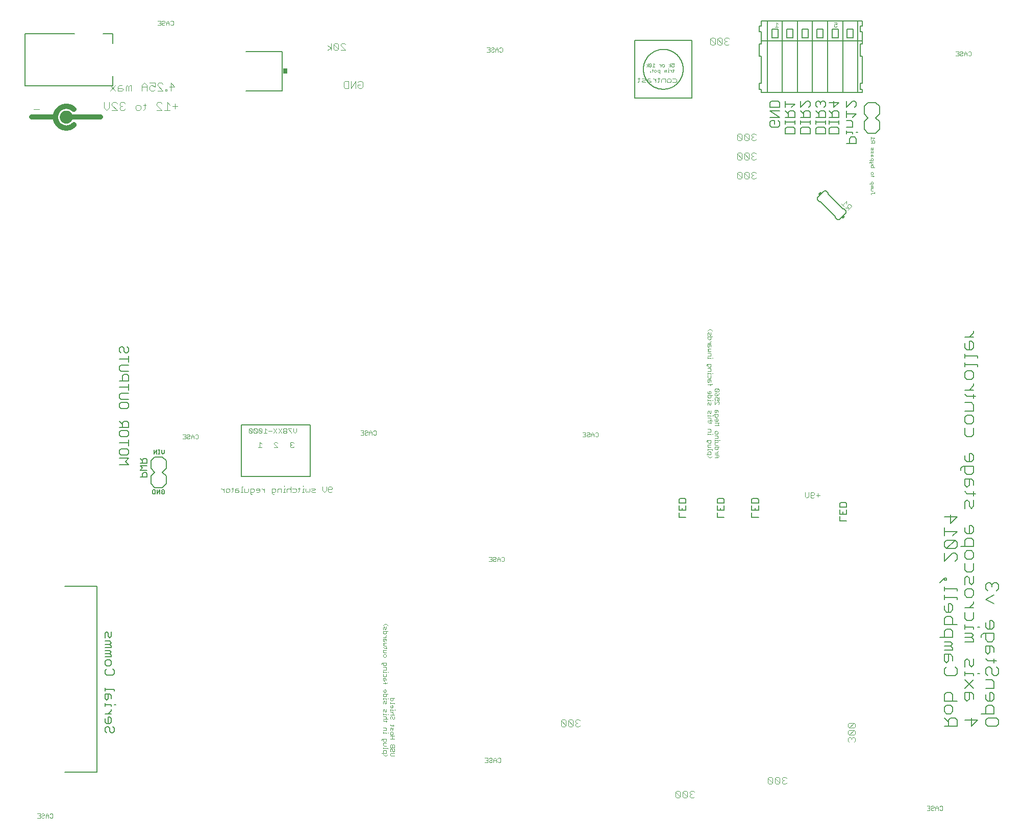
<source format=gbr>
G04 EAGLE Gerber RS-274X export*
G75*
%MOMM*%
%FSLAX34Y34*%
%LPD*%
%INSilkscreen Bottom*%
%IPPOS*%
%AMOC8*
5,1,8,0,0,1.08239X$1,22.5*%
G01*
%ADD10C,0.127000*%
%ADD11C,0.076200*%
%ADD12C,0.177800*%
%ADD13C,0.812800*%
%ADD14C,0.101600*%
%ADD15C,0.152400*%
%ADD16C,0.050800*%
%ADD17C,0.203200*%
%ADD18R,0.381000X0.508000*%
%ADD19R,0.762000X0.863600*%


D10*
X232410Y616464D02*
X232410Y611888D01*
X230122Y609600D01*
X227834Y611888D01*
X227834Y616464D01*
X224926Y609600D02*
X222638Y609600D01*
X223782Y609600D02*
X223782Y616464D01*
X224926Y616464D02*
X222638Y616464D01*
X219936Y616464D02*
X219936Y609600D01*
X215361Y609600D02*
X219936Y616464D01*
X215361Y616464D02*
X215361Y609600D01*
X228978Y550424D02*
X227834Y549280D01*
X228978Y550424D02*
X231266Y550424D01*
X232410Y549280D01*
X232410Y544704D01*
X231266Y543560D01*
X228978Y543560D01*
X227834Y544704D01*
X227834Y546992D01*
X230122Y546992D01*
X224926Y543560D02*
X224926Y550424D01*
X220350Y543560D01*
X220350Y550424D01*
X217442Y550424D02*
X217442Y543560D01*
X214010Y543560D01*
X212866Y544704D01*
X212866Y549280D01*
X214010Y550424D01*
X217442Y550424D01*
D11*
X1314148Y541659D02*
X1320419Y541659D01*
X1317284Y544794D02*
X1317284Y538524D01*
X1311064Y538524D02*
X1309496Y536956D01*
X1306361Y536956D01*
X1304793Y538524D01*
X1304793Y544794D01*
X1306361Y546362D01*
X1309496Y546362D01*
X1311064Y544794D01*
X1311064Y543227D01*
X1309496Y541659D01*
X1304793Y541659D01*
X1301709Y540091D02*
X1301709Y546362D01*
X1301709Y540091D02*
X1298573Y536956D01*
X1295438Y540091D01*
X1295438Y546362D01*
D12*
X1616474Y168919D02*
X1616474Y161886D01*
X1612957Y158369D01*
X1598891Y158369D01*
X1595374Y161886D01*
X1595374Y168919D01*
X1598891Y172436D01*
X1612957Y172436D01*
X1616474Y168919D01*
X1609441Y179418D02*
X1588341Y179418D01*
X1609441Y179418D02*
X1609441Y189968D01*
X1605924Y193485D01*
X1598891Y193485D01*
X1595374Y189968D01*
X1595374Y179418D01*
X1595374Y203984D02*
X1595374Y211017D01*
X1595374Y203984D02*
X1598891Y200467D01*
X1605924Y200467D01*
X1609441Y203984D01*
X1609441Y211017D01*
X1605924Y214534D01*
X1602407Y214534D01*
X1602407Y200467D01*
X1595374Y221517D02*
X1609441Y221517D01*
X1609441Y232067D01*
X1605924Y235583D01*
X1595374Y235583D01*
X1612957Y256632D02*
X1616474Y253116D01*
X1616474Y246082D01*
X1612957Y242566D01*
X1609441Y242566D01*
X1605924Y246082D01*
X1605924Y253116D01*
X1602407Y256632D01*
X1598891Y256632D01*
X1595374Y253116D01*
X1595374Y246082D01*
X1598891Y242566D01*
X1598891Y267132D02*
X1612957Y267132D01*
X1598891Y267132D02*
X1595374Y270648D01*
X1609441Y270648D02*
X1609441Y263615D01*
X1609441Y281164D02*
X1609441Y288198D01*
X1605924Y291714D01*
X1595374Y291714D01*
X1595374Y281164D01*
X1598891Y277648D01*
X1602407Y281164D01*
X1602407Y291714D01*
X1588341Y305730D02*
X1588341Y309247D01*
X1591857Y312764D01*
X1609441Y312764D01*
X1609441Y302214D01*
X1605924Y298697D01*
X1598891Y298697D01*
X1595374Y302214D01*
X1595374Y312764D01*
X1595374Y323263D02*
X1595374Y330296D01*
X1595374Y323263D02*
X1598891Y319746D01*
X1605924Y319746D01*
X1609441Y323263D01*
X1609441Y330296D01*
X1605924Y333813D01*
X1602407Y333813D01*
X1602407Y319746D01*
X1609441Y361844D02*
X1595374Y368878D01*
X1609441Y375911D01*
X1612957Y382894D02*
X1616474Y386410D01*
X1616474Y393444D01*
X1612957Y396960D01*
X1609441Y396960D01*
X1605924Y393444D01*
X1605924Y389927D01*
X1605924Y393444D02*
X1602407Y396960D01*
X1598891Y396960D01*
X1595374Y393444D01*
X1595374Y386410D01*
X1598891Y382894D01*
X1582184Y168919D02*
X1561084Y168919D01*
X1571634Y158369D02*
X1582184Y168919D01*
X1571634Y172436D02*
X1571634Y158369D01*
X1575151Y203984D02*
X1575151Y211017D01*
X1571634Y214534D01*
X1561084Y214534D01*
X1561084Y203984D01*
X1564601Y200467D01*
X1568117Y203984D01*
X1568117Y214534D01*
X1575151Y221517D02*
X1561084Y235583D01*
X1561084Y221517D02*
X1575151Y235583D01*
X1575151Y242566D02*
X1575151Y246082D01*
X1561084Y246082D01*
X1561084Y242566D02*
X1561084Y249599D01*
X1582184Y246082D02*
X1585701Y246082D01*
X1561084Y256599D02*
X1561084Y267149D01*
X1564601Y270665D01*
X1568117Y267149D01*
X1568117Y260115D01*
X1571634Y256599D01*
X1575151Y260115D01*
X1575151Y270665D01*
X1575151Y298697D02*
X1561084Y298697D01*
X1575151Y298697D02*
X1575151Y302214D01*
X1571634Y305730D01*
X1561084Y305730D01*
X1571634Y305730D02*
X1575151Y309247D01*
X1571634Y312764D01*
X1561084Y312764D01*
X1575151Y319746D02*
X1575151Y323263D01*
X1561084Y323263D01*
X1561084Y326779D02*
X1561084Y319746D01*
X1582184Y323263D02*
X1585701Y323263D01*
X1575151Y337296D02*
X1575151Y347846D01*
X1575151Y337296D02*
X1571634Y333779D01*
X1564601Y333779D01*
X1561084Y337296D01*
X1561084Y347846D01*
X1561084Y354828D02*
X1575151Y354828D01*
X1575151Y361861D02*
X1568117Y354828D01*
X1575151Y361861D02*
X1575151Y365378D01*
X1561084Y375886D02*
X1561084Y382919D01*
X1564601Y386436D01*
X1571634Y386436D01*
X1575151Y382919D01*
X1575151Y375886D01*
X1571634Y372369D01*
X1564601Y372369D01*
X1561084Y375886D01*
X1561084Y393418D02*
X1561084Y403968D01*
X1564601Y407485D01*
X1568117Y403968D01*
X1568117Y396935D01*
X1571634Y393418D01*
X1575151Y396935D01*
X1575151Y407485D01*
X1575151Y417984D02*
X1575151Y428534D01*
X1575151Y417984D02*
X1571634Y414467D01*
X1564601Y414467D01*
X1561084Y417984D01*
X1561084Y428534D01*
X1561084Y439033D02*
X1561084Y446067D01*
X1564601Y449583D01*
X1571634Y449583D01*
X1575151Y446067D01*
X1575151Y439033D01*
X1571634Y435517D01*
X1564601Y435517D01*
X1561084Y439033D01*
X1554051Y456566D02*
X1575151Y456566D01*
X1575151Y467116D01*
X1571634Y470632D01*
X1564601Y470632D01*
X1561084Y467116D01*
X1561084Y456566D01*
X1561084Y481132D02*
X1561084Y488165D01*
X1561084Y481132D02*
X1564601Y477615D01*
X1571634Y477615D01*
X1575151Y481132D01*
X1575151Y488165D01*
X1571634Y491682D01*
X1568117Y491682D01*
X1568117Y477615D01*
X1561084Y519713D02*
X1561084Y530263D01*
X1564601Y533780D01*
X1568117Y530263D01*
X1568117Y523230D01*
X1571634Y519713D01*
X1575151Y523230D01*
X1575151Y533780D01*
X1578667Y544279D02*
X1564601Y544279D01*
X1561084Y547796D01*
X1575151Y547796D02*
X1575151Y540763D01*
X1575151Y558312D02*
X1575151Y565345D01*
X1571634Y568862D01*
X1561084Y568862D01*
X1561084Y558312D01*
X1564601Y554795D01*
X1568117Y558312D01*
X1568117Y568862D01*
X1554051Y582878D02*
X1554051Y586395D01*
X1557567Y589911D01*
X1575151Y589911D01*
X1575151Y579361D01*
X1571634Y575845D01*
X1564601Y575845D01*
X1561084Y579361D01*
X1561084Y589911D01*
X1561084Y600410D02*
X1561084Y607444D01*
X1561084Y600410D02*
X1564601Y596894D01*
X1571634Y596894D01*
X1575151Y600410D01*
X1575151Y607444D01*
X1571634Y610960D01*
X1568117Y610960D01*
X1568117Y596894D01*
X1575151Y642509D02*
X1575151Y653059D01*
X1575151Y642509D02*
X1571634Y638992D01*
X1564601Y638992D01*
X1561084Y642509D01*
X1561084Y653059D01*
X1561084Y663558D02*
X1561084Y670591D01*
X1564601Y674108D01*
X1571634Y674108D01*
X1575151Y670591D01*
X1575151Y663558D01*
X1571634Y660041D01*
X1564601Y660041D01*
X1561084Y663558D01*
X1561084Y681090D02*
X1575151Y681090D01*
X1575151Y691640D01*
X1571634Y695157D01*
X1561084Y695157D01*
X1564601Y705656D02*
X1578667Y705656D01*
X1564601Y705656D02*
X1561084Y709173D01*
X1575151Y709173D02*
X1575151Y702140D01*
X1575151Y716172D02*
X1561084Y716172D01*
X1568117Y716172D02*
X1575151Y723206D01*
X1575151Y726722D01*
X1561084Y737230D02*
X1561084Y744263D01*
X1564601Y747780D01*
X1571634Y747780D01*
X1575151Y744263D01*
X1575151Y737230D01*
X1571634Y733713D01*
X1564601Y733713D01*
X1561084Y737230D01*
X1582184Y754763D02*
X1582184Y758279D01*
X1561084Y758279D01*
X1561084Y754763D02*
X1561084Y761796D01*
X1582184Y768795D02*
X1582184Y772312D01*
X1561084Y772312D01*
X1561084Y768795D02*
X1561084Y775829D01*
X1561084Y786345D02*
X1561084Y793378D01*
X1561084Y786345D02*
X1564601Y782828D01*
X1571634Y782828D01*
X1575151Y786345D01*
X1575151Y793378D01*
X1571634Y796895D01*
X1568117Y796895D01*
X1568117Y782828D01*
X1561084Y803877D02*
X1575151Y803877D01*
X1568117Y803877D02*
X1575151Y810911D01*
X1575151Y814427D01*
X1547894Y158369D02*
X1526794Y158369D01*
X1547894Y158369D02*
X1547894Y168919D01*
X1544377Y172436D01*
X1537344Y172436D01*
X1533827Y168919D01*
X1533827Y158369D01*
X1533827Y165402D02*
X1526794Y172436D01*
X1526794Y182935D02*
X1526794Y189968D01*
X1530311Y193485D01*
X1537344Y193485D01*
X1540861Y189968D01*
X1540861Y182935D01*
X1537344Y179418D01*
X1530311Y179418D01*
X1526794Y182935D01*
X1526794Y200467D02*
X1547894Y200467D01*
X1526794Y200467D02*
X1526794Y211017D01*
X1530311Y214534D01*
X1537344Y214534D01*
X1540861Y211017D01*
X1540861Y200467D01*
X1547894Y253116D02*
X1544377Y256632D01*
X1547894Y253116D02*
X1547894Y246082D01*
X1544377Y242566D01*
X1530311Y242566D01*
X1526794Y246082D01*
X1526794Y253116D01*
X1530311Y256632D01*
X1540861Y267132D02*
X1540861Y274165D01*
X1537344Y277682D01*
X1526794Y277682D01*
X1526794Y267132D01*
X1530311Y263615D01*
X1533827Y267132D01*
X1533827Y277682D01*
X1526794Y284664D02*
X1540861Y284664D01*
X1540861Y288181D01*
X1537344Y291697D01*
X1526794Y291697D01*
X1537344Y291697D02*
X1540861Y295214D01*
X1537344Y298731D01*
X1526794Y298731D01*
X1519761Y305713D02*
X1540861Y305713D01*
X1540861Y316263D01*
X1537344Y319780D01*
X1530311Y319780D01*
X1526794Y316263D01*
X1526794Y305713D01*
X1526794Y326763D02*
X1547894Y326763D01*
X1526794Y326763D02*
X1526794Y337313D01*
X1530311Y340829D01*
X1537344Y340829D01*
X1540861Y337313D01*
X1540861Y326763D01*
X1526794Y351328D02*
X1526794Y358362D01*
X1526794Y351328D02*
X1530311Y347812D01*
X1537344Y347812D01*
X1540861Y351328D01*
X1540861Y358362D01*
X1537344Y361878D01*
X1533827Y361878D01*
X1533827Y347812D01*
X1547894Y368861D02*
X1547894Y372378D01*
X1526794Y372378D01*
X1526794Y375894D02*
X1526794Y368861D01*
X1547894Y382894D02*
X1547894Y386410D01*
X1526794Y386410D01*
X1526794Y382894D02*
X1526794Y389927D01*
X1519761Y396926D02*
X1526794Y403960D01*
X1530311Y403960D01*
X1530311Y400443D01*
X1526794Y400443D01*
X1526794Y403960D01*
X1526794Y432008D02*
X1526794Y446075D01*
X1526794Y432008D02*
X1540861Y446075D01*
X1544377Y446075D01*
X1547894Y442558D01*
X1547894Y435525D01*
X1544377Y432008D01*
X1544377Y453058D02*
X1530311Y453058D01*
X1544377Y453058D02*
X1547894Y456574D01*
X1547894Y463608D01*
X1544377Y467124D01*
X1530311Y467124D01*
X1526794Y463608D01*
X1526794Y456574D01*
X1530311Y453058D01*
X1544377Y467124D01*
X1540861Y474107D02*
X1547894Y481140D01*
X1526794Y481140D01*
X1526794Y474107D02*
X1526794Y488173D01*
X1526794Y505706D02*
X1547894Y505706D01*
X1537344Y495156D01*
X1537344Y509223D01*
D13*
X63500Y1168400D02*
X63502Y1168559D01*
X63508Y1168718D01*
X63518Y1168876D01*
X63532Y1169035D01*
X63550Y1169193D01*
X63571Y1169350D01*
X63597Y1169507D01*
X63627Y1169663D01*
X63660Y1169819D01*
X63698Y1169973D01*
X63739Y1170127D01*
X63784Y1170279D01*
X63833Y1170430D01*
X63886Y1170580D01*
X63942Y1170729D01*
X64003Y1170876D01*
X64066Y1171021D01*
X64134Y1171165D01*
X64205Y1171308D01*
X64279Y1171448D01*
X64357Y1171586D01*
X64439Y1171723D01*
X64524Y1171857D01*
X64612Y1171990D01*
X64703Y1172120D01*
X64798Y1172247D01*
X64896Y1172372D01*
X64997Y1172495D01*
X65101Y1172615D01*
X65208Y1172733D01*
X65318Y1172848D01*
X65431Y1172960D01*
X65546Y1173069D01*
X65664Y1173175D01*
X65785Y1173279D01*
X65909Y1173379D01*
X66034Y1173476D01*
X66163Y1173570D01*
X66293Y1173660D01*
X66426Y1173748D01*
X66561Y1173832D01*
X66698Y1173912D01*
X66837Y1173990D01*
X66978Y1174063D01*
X67120Y1174133D01*
X67265Y1174200D01*
X67411Y1174263D01*
X67558Y1174322D01*
X67707Y1174378D01*
X67858Y1174429D01*
X68009Y1174477D01*
X68162Y1174521D01*
X68316Y1174562D01*
X68470Y1174598D01*
X68626Y1174631D01*
X68782Y1174660D01*
X68939Y1174684D01*
X69097Y1174705D01*
X69255Y1174722D01*
X69413Y1174735D01*
X69572Y1174744D01*
X69731Y1174749D01*
X69890Y1174750D01*
X70049Y1174747D01*
X70207Y1174740D01*
X70366Y1174729D01*
X70524Y1174714D01*
X70682Y1174695D01*
X70839Y1174672D01*
X70996Y1174646D01*
X71152Y1174615D01*
X71307Y1174581D01*
X71461Y1174542D01*
X71615Y1174500D01*
X71767Y1174454D01*
X71918Y1174404D01*
X72067Y1174350D01*
X72216Y1174293D01*
X72362Y1174232D01*
X72508Y1174167D01*
X72651Y1174099D01*
X72793Y1174027D01*
X72933Y1173951D01*
X73071Y1173873D01*
X73207Y1173790D01*
X73341Y1173705D01*
X73472Y1173616D01*
X73602Y1173523D01*
X73729Y1173428D01*
X73853Y1173329D01*
X73976Y1173227D01*
X74095Y1173123D01*
X74212Y1173015D01*
X74326Y1172904D01*
X74437Y1172791D01*
X74546Y1172675D01*
X74651Y1172556D01*
X74754Y1172434D01*
X74853Y1172310D01*
X74950Y1172184D01*
X75043Y1172055D01*
X75133Y1171924D01*
X75219Y1171790D01*
X75302Y1171655D01*
X75382Y1171517D01*
X75458Y1171378D01*
X75531Y1171237D01*
X75600Y1171094D01*
X75666Y1170949D01*
X75728Y1170802D01*
X75786Y1170655D01*
X75841Y1170505D01*
X75892Y1170355D01*
X75939Y1170203D01*
X75982Y1170050D01*
X76021Y1169896D01*
X76057Y1169741D01*
X76088Y1169585D01*
X76116Y1169429D01*
X76140Y1169272D01*
X76160Y1169114D01*
X76176Y1168956D01*
X76188Y1168797D01*
X76196Y1168638D01*
X76200Y1168479D01*
X76200Y1168321D01*
X76196Y1168162D01*
X76188Y1168003D01*
X76176Y1167844D01*
X76160Y1167686D01*
X76140Y1167528D01*
X76116Y1167371D01*
X76088Y1167215D01*
X76057Y1167059D01*
X76021Y1166904D01*
X75982Y1166750D01*
X75939Y1166597D01*
X75892Y1166445D01*
X75841Y1166295D01*
X75786Y1166145D01*
X75728Y1165998D01*
X75666Y1165851D01*
X75600Y1165706D01*
X75531Y1165563D01*
X75458Y1165422D01*
X75382Y1165283D01*
X75302Y1165145D01*
X75219Y1165010D01*
X75133Y1164876D01*
X75043Y1164745D01*
X74950Y1164616D01*
X74853Y1164490D01*
X74754Y1164366D01*
X74651Y1164244D01*
X74546Y1164125D01*
X74437Y1164009D01*
X74326Y1163896D01*
X74212Y1163785D01*
X74095Y1163677D01*
X73976Y1163573D01*
X73853Y1163471D01*
X73729Y1163372D01*
X73602Y1163277D01*
X73472Y1163184D01*
X73341Y1163095D01*
X73207Y1163010D01*
X73071Y1162927D01*
X72933Y1162849D01*
X72793Y1162773D01*
X72651Y1162701D01*
X72508Y1162633D01*
X72362Y1162568D01*
X72216Y1162507D01*
X72067Y1162450D01*
X71918Y1162396D01*
X71767Y1162346D01*
X71615Y1162300D01*
X71461Y1162258D01*
X71307Y1162219D01*
X71152Y1162185D01*
X70996Y1162154D01*
X70839Y1162128D01*
X70682Y1162105D01*
X70524Y1162086D01*
X70366Y1162071D01*
X70207Y1162060D01*
X70049Y1162053D01*
X69890Y1162050D01*
X69731Y1162051D01*
X69572Y1162056D01*
X69413Y1162065D01*
X69255Y1162078D01*
X69097Y1162095D01*
X68939Y1162116D01*
X68782Y1162140D01*
X68626Y1162169D01*
X68470Y1162202D01*
X68316Y1162238D01*
X68162Y1162279D01*
X68009Y1162323D01*
X67858Y1162371D01*
X67707Y1162422D01*
X67558Y1162478D01*
X67411Y1162537D01*
X67265Y1162600D01*
X67120Y1162667D01*
X66978Y1162737D01*
X66837Y1162810D01*
X66698Y1162888D01*
X66561Y1162968D01*
X66426Y1163052D01*
X66293Y1163140D01*
X66163Y1163230D01*
X66034Y1163324D01*
X65909Y1163421D01*
X65785Y1163521D01*
X65664Y1163625D01*
X65546Y1163731D01*
X65431Y1163840D01*
X65318Y1163952D01*
X65208Y1164067D01*
X65101Y1164185D01*
X64997Y1164305D01*
X64896Y1164428D01*
X64798Y1164553D01*
X64703Y1164680D01*
X64612Y1164810D01*
X64524Y1164943D01*
X64439Y1165077D01*
X64357Y1165214D01*
X64279Y1165352D01*
X64205Y1165492D01*
X64134Y1165635D01*
X64066Y1165779D01*
X64003Y1165924D01*
X63942Y1166071D01*
X63886Y1166220D01*
X63833Y1166370D01*
X63784Y1166521D01*
X63739Y1166673D01*
X63698Y1166827D01*
X63660Y1166981D01*
X63627Y1167137D01*
X63597Y1167293D01*
X63571Y1167450D01*
X63550Y1167607D01*
X63532Y1167765D01*
X63518Y1167924D01*
X63508Y1168082D01*
X63502Y1168241D01*
X63500Y1168400D01*
X69850Y1168400D02*
X127000Y1168400D01*
X82550Y1181100D02*
X82236Y1181407D01*
X81915Y1181705D01*
X81587Y1181996D01*
X81251Y1182278D01*
X80909Y1182552D01*
X80560Y1182818D01*
X80205Y1183075D01*
X79844Y1183324D01*
X79476Y1183563D01*
X79103Y1183794D01*
X78725Y1184015D01*
X78341Y1184227D01*
X77952Y1184430D01*
X77558Y1184623D01*
X77160Y1184806D01*
X76757Y1184980D01*
X76350Y1185143D01*
X75940Y1185297D01*
X75525Y1185441D01*
X75108Y1185574D01*
X74687Y1185698D01*
X74263Y1185810D01*
X73837Y1185913D01*
X73408Y1186005D01*
X72977Y1186087D01*
X72544Y1186158D01*
X72110Y1186218D01*
X71674Y1186268D01*
X71237Y1186307D01*
X70800Y1186336D01*
X70362Y1186354D01*
X69923Y1186361D01*
X69485Y1186357D01*
X69046Y1186343D01*
X68608Y1186318D01*
X68171Y1186282D01*
X67735Y1186236D01*
X67300Y1186179D01*
X66867Y1186112D01*
X66436Y1186033D01*
X66006Y1185945D01*
X65579Y1185846D01*
X65154Y1185736D01*
X64732Y1185617D01*
X64314Y1185486D01*
X63898Y1185346D01*
X63486Y1185196D01*
X63078Y1185035D01*
X62674Y1184865D01*
X62274Y1184685D01*
X61879Y1184495D01*
X61488Y1184296D01*
X61103Y1184087D01*
X60722Y1183869D01*
X60347Y1183641D01*
X59978Y1183405D01*
X59615Y1183159D01*
X59257Y1182905D01*
X58906Y1182642D01*
X58562Y1182371D01*
X58224Y1182091D01*
X57893Y1181803D01*
X57570Y1181507D01*
X57253Y1181203D01*
X56945Y1180892D01*
X56643Y1180573D01*
X56350Y1180247D01*
X56065Y1179914D01*
X55788Y1179574D01*
X55519Y1179227D01*
X55259Y1178874D01*
X55008Y1178515D01*
X54765Y1178150D01*
X54532Y1177778D01*
X54308Y1177402D01*
X54092Y1177019D01*
X53887Y1176632D01*
X53690Y1176240D01*
X53504Y1175843D01*
X53327Y1175442D01*
X53160Y1175036D01*
X53003Y1174627D01*
X52856Y1174214D01*
X52719Y1173797D01*
X52592Y1173377D01*
X52476Y1172954D01*
X52370Y1172529D01*
X52274Y1172101D01*
X52189Y1171671D01*
X52115Y1171239D01*
X52051Y1170805D01*
X51997Y1170369D01*
X51955Y1169933D01*
X51922Y1169496D01*
X51901Y1169058D01*
X51890Y1168619D01*
X51890Y1168181D01*
X51901Y1167742D01*
X51922Y1167304D01*
X51955Y1166867D01*
X51997Y1166431D01*
X52051Y1165995D01*
X52115Y1165561D01*
X52189Y1165129D01*
X52274Y1164699D01*
X52370Y1164271D01*
X52476Y1163846D01*
X52592Y1163423D01*
X52719Y1163003D01*
X52856Y1162586D01*
X53003Y1162173D01*
X53160Y1161764D01*
X53327Y1161358D01*
X53504Y1160957D01*
X53690Y1160560D01*
X53887Y1160168D01*
X54092Y1159781D01*
X54308Y1159398D01*
X54532Y1159022D01*
X54765Y1158650D01*
X55008Y1158285D01*
X55259Y1157926D01*
X55519Y1157573D01*
X55788Y1157226D01*
X56065Y1156886D01*
X56350Y1156553D01*
X56643Y1156227D01*
X56945Y1155908D01*
X57253Y1155597D01*
X57570Y1155293D01*
X57893Y1154997D01*
X58224Y1154709D01*
X58562Y1154429D01*
X58906Y1154158D01*
X59257Y1153895D01*
X59615Y1153641D01*
X59978Y1153395D01*
X60347Y1153159D01*
X60722Y1152931D01*
X61103Y1152713D01*
X61488Y1152504D01*
X61879Y1152305D01*
X62274Y1152115D01*
X62674Y1151935D01*
X63078Y1151765D01*
X63486Y1151604D01*
X63898Y1151454D01*
X64314Y1151314D01*
X64732Y1151183D01*
X65154Y1151064D01*
X65579Y1150954D01*
X66006Y1150855D01*
X66436Y1150767D01*
X66867Y1150688D01*
X67300Y1150621D01*
X67735Y1150564D01*
X68171Y1150518D01*
X68608Y1150482D01*
X69046Y1150457D01*
X69485Y1150443D01*
X69923Y1150439D01*
X70362Y1150446D01*
X70800Y1150464D01*
X71237Y1150493D01*
X71674Y1150532D01*
X72110Y1150582D01*
X72544Y1150642D01*
X72977Y1150713D01*
X73408Y1150795D01*
X73837Y1150887D01*
X74263Y1150990D01*
X74687Y1151102D01*
X75108Y1151226D01*
X75525Y1151359D01*
X75940Y1151503D01*
X76350Y1151657D01*
X76757Y1151820D01*
X77160Y1151994D01*
X77558Y1152177D01*
X77952Y1152370D01*
X78341Y1152573D01*
X78725Y1152785D01*
X79103Y1153006D01*
X79476Y1153237D01*
X79844Y1153476D01*
X80205Y1153725D01*
X80560Y1153982D01*
X80909Y1154248D01*
X81251Y1154522D01*
X81587Y1154804D01*
X81915Y1155095D01*
X82236Y1155393D01*
X82550Y1155700D01*
X50800Y1168400D02*
X12700Y1168400D01*
D14*
X245854Y1186343D02*
X254667Y1186343D01*
X250261Y1190749D02*
X250261Y1181936D01*
X241570Y1188546D02*
X237163Y1192952D01*
X237163Y1179733D01*
X232757Y1179733D02*
X241570Y1179733D01*
X228473Y1179733D02*
X219660Y1179733D01*
X228473Y1179733D02*
X219660Y1188546D01*
X219660Y1190749D01*
X221863Y1192952D01*
X226269Y1192952D01*
X228473Y1190749D01*
X200075Y1190749D02*
X200075Y1181936D01*
X197872Y1179733D01*
X197872Y1188546D02*
X202278Y1188546D01*
X191343Y1179733D02*
X186937Y1179733D01*
X184734Y1181936D01*
X184734Y1186343D01*
X186937Y1188546D01*
X191343Y1188546D01*
X193547Y1186343D01*
X193547Y1181936D01*
X191343Y1179733D01*
X167352Y1190749D02*
X165149Y1192952D01*
X160742Y1192952D01*
X158539Y1190749D01*
X158539Y1188546D01*
X160742Y1186343D01*
X162946Y1186343D01*
X160742Y1186343D02*
X158539Y1184139D01*
X158539Y1181936D01*
X160742Y1179733D01*
X165149Y1179733D01*
X167352Y1181936D01*
X154255Y1179733D02*
X145442Y1179733D01*
X154255Y1179733D02*
X145442Y1188546D01*
X145442Y1190749D01*
X147645Y1192952D01*
X152052Y1192952D01*
X154255Y1190749D01*
X141158Y1192952D02*
X141158Y1184139D01*
X136751Y1179733D01*
X132345Y1184139D01*
X132345Y1192952D01*
X24892Y1181868D02*
X16079Y1181868D01*
D10*
X157861Y592446D02*
X173368Y592446D01*
X168199Y597615D01*
X173368Y602784D01*
X157861Y602784D01*
X173368Y610467D02*
X173368Y615636D01*
X173368Y610467D02*
X170784Y607882D01*
X160446Y607882D01*
X157861Y610467D01*
X157861Y615636D01*
X160446Y618220D01*
X170784Y618220D01*
X173368Y615636D01*
X173368Y628487D02*
X157861Y628487D01*
X173368Y623318D02*
X173368Y633656D01*
X173368Y641339D02*
X173368Y646508D01*
X173368Y641339D02*
X170784Y638754D01*
X160446Y638754D01*
X157861Y641339D01*
X157861Y646508D01*
X160446Y649092D01*
X170784Y649092D01*
X173368Y646508D01*
X173368Y654190D02*
X157861Y654190D01*
X173368Y654190D02*
X173368Y661944D01*
X170784Y664528D01*
X165615Y664528D01*
X163030Y661944D01*
X163030Y654190D01*
X163030Y659359D02*
X157861Y664528D01*
X173368Y687647D02*
X173368Y692816D01*
X173368Y687647D02*
X170784Y685062D01*
X160446Y685062D01*
X157861Y687647D01*
X157861Y692816D01*
X160446Y695401D01*
X170784Y695401D01*
X173368Y692816D01*
X173368Y700499D02*
X160446Y700499D01*
X157861Y703083D01*
X157861Y708252D01*
X160446Y710837D01*
X173368Y710837D01*
X173368Y721104D02*
X157861Y721104D01*
X173368Y715935D02*
X173368Y726273D01*
X173368Y731371D02*
X157861Y731371D01*
X173368Y731371D02*
X173368Y739124D01*
X170784Y741709D01*
X165615Y741709D01*
X163030Y739124D01*
X163030Y731371D01*
X160446Y746807D02*
X173368Y746807D01*
X160446Y746807D02*
X157861Y749391D01*
X157861Y754560D01*
X160446Y757145D01*
X173368Y757145D01*
X173368Y767412D02*
X157861Y767412D01*
X173368Y762243D02*
X173368Y772581D01*
X173368Y785432D02*
X170784Y788017D01*
X173368Y785432D02*
X173368Y780263D01*
X170784Y777679D01*
X168199Y777679D01*
X165615Y780263D01*
X165615Y785432D01*
X163030Y788017D01*
X160446Y788017D01*
X157861Y785432D01*
X157861Y780263D01*
X160446Y777679D01*
D15*
X1250665Y1162644D02*
X1253377Y1159932D01*
X1253377Y1154509D01*
X1250665Y1151797D01*
X1239819Y1151797D01*
X1237107Y1154509D01*
X1237107Y1159932D01*
X1239819Y1162644D01*
X1245242Y1162644D01*
X1245242Y1157221D01*
X1237107Y1168169D02*
X1253377Y1168169D01*
X1237107Y1179015D01*
X1253377Y1179015D01*
X1253377Y1184540D02*
X1237107Y1184540D01*
X1237107Y1192675D01*
X1239819Y1195387D01*
X1250665Y1195387D01*
X1253377Y1192675D01*
X1253377Y1184540D01*
X1262507Y1140883D02*
X1278777Y1140883D01*
X1262507Y1140883D02*
X1262507Y1149018D01*
X1265219Y1151729D01*
X1276065Y1151729D01*
X1278777Y1149018D01*
X1278777Y1140883D01*
X1262507Y1157254D02*
X1262507Y1162678D01*
X1262507Y1159966D02*
X1278777Y1159966D01*
X1278777Y1157254D02*
X1278777Y1162678D01*
X1278777Y1168169D02*
X1262507Y1168169D01*
X1278777Y1168169D02*
X1278777Y1176304D01*
X1276065Y1179015D01*
X1270642Y1179015D01*
X1267930Y1176304D01*
X1267930Y1168169D01*
X1267930Y1173592D02*
X1262507Y1179015D01*
X1273354Y1184540D02*
X1278777Y1189964D01*
X1262507Y1189964D01*
X1262507Y1195387D02*
X1262507Y1184540D01*
X1287907Y1140883D02*
X1304177Y1140883D01*
X1287907Y1140883D02*
X1287907Y1149018D01*
X1290619Y1151729D01*
X1301465Y1151729D01*
X1304177Y1149018D01*
X1304177Y1140883D01*
X1287907Y1157254D02*
X1287907Y1162678D01*
X1287907Y1159966D02*
X1304177Y1159966D01*
X1304177Y1157254D02*
X1304177Y1162678D01*
X1304177Y1168169D02*
X1287907Y1168169D01*
X1304177Y1168169D02*
X1304177Y1176304D01*
X1301465Y1179015D01*
X1296042Y1179015D01*
X1293330Y1176304D01*
X1293330Y1168169D01*
X1293330Y1173592D02*
X1287907Y1179015D01*
X1287907Y1184540D02*
X1287907Y1195387D01*
X1287907Y1184540D02*
X1298754Y1195387D01*
X1301465Y1195387D01*
X1304177Y1192675D01*
X1304177Y1187252D01*
X1301465Y1184540D01*
X1313307Y1140883D02*
X1329577Y1140883D01*
X1313307Y1140883D02*
X1313307Y1149018D01*
X1316019Y1151729D01*
X1326865Y1151729D01*
X1329577Y1149018D01*
X1329577Y1140883D01*
X1313307Y1157254D02*
X1313307Y1162678D01*
X1313307Y1159966D02*
X1329577Y1159966D01*
X1329577Y1157254D02*
X1329577Y1162678D01*
X1329577Y1168169D02*
X1313307Y1168169D01*
X1329577Y1168169D02*
X1329577Y1176304D01*
X1326865Y1179015D01*
X1321442Y1179015D01*
X1318730Y1176304D01*
X1318730Y1168169D01*
X1318730Y1173592D02*
X1313307Y1179015D01*
X1326865Y1184540D02*
X1329577Y1187252D01*
X1329577Y1192675D01*
X1326865Y1195387D01*
X1324154Y1195387D01*
X1321442Y1192675D01*
X1321442Y1189964D01*
X1321442Y1192675D02*
X1318730Y1195387D01*
X1316019Y1195387D01*
X1313307Y1192675D01*
X1313307Y1187252D01*
X1316019Y1184540D01*
X1335532Y1140883D02*
X1351802Y1140883D01*
X1335532Y1140883D02*
X1335532Y1149018D01*
X1338244Y1151729D01*
X1349090Y1151729D01*
X1351802Y1149018D01*
X1351802Y1140883D01*
X1335532Y1157254D02*
X1335532Y1162678D01*
X1335532Y1159966D02*
X1351802Y1159966D01*
X1351802Y1157254D02*
X1351802Y1162678D01*
X1351802Y1168169D02*
X1335532Y1168169D01*
X1351802Y1168169D02*
X1351802Y1176304D01*
X1349090Y1179015D01*
X1343667Y1179015D01*
X1340955Y1176304D01*
X1340955Y1168169D01*
X1340955Y1173592D02*
X1335532Y1179015D01*
X1335532Y1192675D02*
X1351802Y1192675D01*
X1343667Y1184540D01*
X1343667Y1195387D01*
X1364107Y1124511D02*
X1380377Y1124511D01*
X1380377Y1132646D01*
X1377665Y1135358D01*
X1372242Y1135358D01*
X1369530Y1132646D01*
X1369530Y1124511D01*
X1374954Y1140883D02*
X1374954Y1143594D01*
X1364107Y1143594D01*
X1364107Y1140883D02*
X1364107Y1146306D01*
X1380377Y1143594D02*
X1383089Y1143594D01*
X1374954Y1151797D02*
X1364107Y1151797D01*
X1374954Y1151797D02*
X1374954Y1159932D01*
X1372242Y1162644D01*
X1364107Y1162644D01*
X1374954Y1168169D02*
X1380377Y1173592D01*
X1364107Y1173592D01*
X1364107Y1168169D02*
X1364107Y1179015D01*
X1364107Y1184540D02*
X1364107Y1195387D01*
X1364107Y1184540D02*
X1374954Y1195387D01*
X1377665Y1195387D01*
X1380377Y1192675D01*
X1380377Y1187252D01*
X1377665Y1184540D01*
D11*
X1080726Y1232202D02*
X1076023Y1232202D01*
X1080726Y1232202D02*
X1082294Y1230634D01*
X1082294Y1227499D01*
X1080726Y1225931D01*
X1076023Y1225931D01*
X1071371Y1225931D02*
X1068236Y1225931D01*
X1066668Y1227499D01*
X1066668Y1230634D01*
X1068236Y1232202D01*
X1071371Y1232202D01*
X1072939Y1230634D01*
X1072939Y1227499D01*
X1071371Y1225931D01*
X1063584Y1225931D02*
X1063584Y1232202D01*
X1058881Y1232202D01*
X1057313Y1230634D01*
X1057313Y1225931D01*
X1052661Y1227499D02*
X1052661Y1233769D01*
X1052661Y1227499D02*
X1051093Y1225931D01*
X1051093Y1232202D02*
X1054228Y1232202D01*
X1047992Y1232202D02*
X1047992Y1225931D01*
X1047992Y1229066D02*
X1044856Y1232202D01*
X1043289Y1232202D01*
X1038628Y1232202D02*
X1035493Y1232202D01*
X1033925Y1230634D01*
X1033925Y1225931D01*
X1038628Y1225931D01*
X1040196Y1227499D01*
X1038628Y1229066D01*
X1033925Y1229066D01*
X1030841Y1225931D02*
X1026138Y1225931D01*
X1024570Y1227499D01*
X1026138Y1229066D01*
X1029273Y1229066D01*
X1030841Y1230634D01*
X1029273Y1232202D01*
X1024570Y1232202D01*
X1019918Y1233769D02*
X1019918Y1227499D01*
X1018350Y1225931D01*
X1018350Y1232202D02*
X1021485Y1232202D01*
D16*
X243837Y1328172D02*
X242651Y1326986D01*
X243837Y1328172D02*
X246210Y1328172D01*
X247396Y1326986D01*
X247396Y1322240D01*
X246210Y1321054D01*
X243837Y1321054D01*
X242651Y1322240D01*
X240380Y1321054D02*
X240380Y1325799D01*
X238007Y1328172D01*
X235634Y1325799D01*
X235634Y1321054D01*
X235634Y1324613D02*
X240380Y1324613D01*
X229804Y1328172D02*
X228618Y1326986D01*
X229804Y1328172D02*
X232177Y1328172D01*
X233363Y1326986D01*
X233363Y1325799D01*
X232177Y1324613D01*
X229804Y1324613D01*
X228618Y1323427D01*
X228618Y1322240D01*
X229804Y1321054D01*
X232177Y1321054D01*
X233363Y1322240D01*
X226347Y1328172D02*
X221602Y1328172D01*
X226347Y1328172D02*
X226347Y1321054D01*
X221602Y1321054D01*
X223974Y1324613D02*
X226347Y1324613D01*
X788751Y1282536D02*
X789937Y1283722D01*
X792310Y1283722D01*
X793496Y1282536D01*
X793496Y1277790D01*
X792310Y1276604D01*
X789937Y1276604D01*
X788751Y1277790D01*
X786480Y1276604D02*
X786480Y1281349D01*
X784107Y1283722D01*
X781734Y1281349D01*
X781734Y1276604D01*
X781734Y1280163D02*
X786480Y1280163D01*
X775904Y1283722D02*
X774718Y1282536D01*
X775904Y1283722D02*
X778277Y1283722D01*
X779463Y1282536D01*
X779463Y1281349D01*
X778277Y1280163D01*
X775904Y1280163D01*
X774718Y1278977D01*
X774718Y1277790D01*
X775904Y1276604D01*
X778277Y1276604D01*
X779463Y1277790D01*
X772447Y1283722D02*
X767702Y1283722D01*
X772447Y1283722D02*
X772447Y1276604D01*
X767702Y1276604D01*
X770074Y1280163D02*
X772447Y1280163D01*
X1566626Y1276186D02*
X1567812Y1277372D01*
X1570185Y1277372D01*
X1571371Y1276186D01*
X1571371Y1271440D01*
X1570185Y1270254D01*
X1567812Y1270254D01*
X1566626Y1271440D01*
X1564355Y1270254D02*
X1564355Y1274999D01*
X1561982Y1277372D01*
X1559609Y1274999D01*
X1559609Y1270254D01*
X1559609Y1273813D02*
X1564355Y1273813D01*
X1553779Y1277372D02*
X1552593Y1276186D01*
X1553779Y1277372D02*
X1556152Y1277372D01*
X1557338Y1276186D01*
X1557338Y1274999D01*
X1556152Y1273813D01*
X1553779Y1273813D01*
X1552593Y1272627D01*
X1552593Y1271440D01*
X1553779Y1270254D01*
X1556152Y1270254D01*
X1557338Y1271440D01*
X1550322Y1277372D02*
X1545577Y1277372D01*
X1550322Y1277372D02*
X1550322Y1270254D01*
X1545577Y1270254D01*
X1547949Y1273813D02*
X1550322Y1273813D01*
X285112Y642372D02*
X283926Y641186D01*
X285112Y642372D02*
X287485Y642372D01*
X288671Y641186D01*
X288671Y636440D01*
X287485Y635254D01*
X285112Y635254D01*
X283926Y636440D01*
X281655Y635254D02*
X281655Y639999D01*
X279282Y642372D01*
X276909Y639999D01*
X276909Y635254D01*
X276909Y638813D02*
X281655Y638813D01*
X271079Y642372D02*
X269893Y641186D01*
X271079Y642372D02*
X273452Y642372D01*
X274638Y641186D01*
X274638Y639999D01*
X273452Y638813D01*
X271079Y638813D01*
X269893Y637627D01*
X269893Y636440D01*
X271079Y635254D01*
X273452Y635254D01*
X274638Y636440D01*
X267622Y642372D02*
X262877Y642372D01*
X267622Y642372D02*
X267622Y635254D01*
X262877Y635254D01*
X265249Y638813D02*
X267622Y638813D01*
X791926Y437986D02*
X793112Y439172D01*
X795485Y439172D01*
X796671Y437986D01*
X796671Y433240D01*
X795485Y432054D01*
X793112Y432054D01*
X791926Y433240D01*
X789655Y432054D02*
X789655Y436799D01*
X787282Y439172D01*
X784909Y436799D01*
X784909Y432054D01*
X784909Y435613D02*
X789655Y435613D01*
X779079Y439172D02*
X777893Y437986D01*
X779079Y439172D02*
X781452Y439172D01*
X782638Y437986D01*
X782638Y436799D01*
X781452Y435613D01*
X779079Y435613D01*
X777893Y434427D01*
X777893Y433240D01*
X779079Y432054D01*
X781452Y432054D01*
X782638Y433240D01*
X775622Y439172D02*
X770877Y439172D01*
X775622Y439172D02*
X775622Y432054D01*
X770877Y432054D01*
X773249Y435613D02*
X775622Y435613D01*
X43812Y13722D02*
X42626Y12536D01*
X43812Y13722D02*
X46185Y13722D01*
X47371Y12536D01*
X47371Y7790D01*
X46185Y6604D01*
X43812Y6604D01*
X42626Y7790D01*
X40355Y6604D02*
X40355Y11349D01*
X37982Y13722D01*
X35609Y11349D01*
X35609Y6604D01*
X35609Y10163D02*
X40355Y10163D01*
X29779Y13722D02*
X28593Y12536D01*
X29779Y13722D02*
X32152Y13722D01*
X33338Y12536D01*
X33338Y11349D01*
X32152Y10163D01*
X29779Y10163D01*
X28593Y8977D01*
X28593Y7790D01*
X29779Y6604D01*
X32152Y6604D01*
X33338Y7790D01*
X26322Y13722D02*
X21577Y13722D01*
X26322Y13722D02*
X26322Y6604D01*
X21577Y6604D01*
X23949Y10163D02*
X26322Y10163D01*
X785576Y104611D02*
X786762Y105797D01*
X789135Y105797D01*
X790321Y104611D01*
X790321Y99865D01*
X789135Y98679D01*
X786762Y98679D01*
X785576Y99865D01*
X783305Y98679D02*
X783305Y103424D01*
X780932Y105797D01*
X778559Y103424D01*
X778559Y98679D01*
X778559Y102238D02*
X783305Y102238D01*
X772729Y105797D02*
X771543Y104611D01*
X772729Y105797D02*
X775102Y105797D01*
X776288Y104611D01*
X776288Y103424D01*
X775102Y102238D01*
X772729Y102238D01*
X771543Y101052D01*
X771543Y99865D01*
X772729Y98679D01*
X775102Y98679D01*
X776288Y99865D01*
X769272Y105797D02*
X764527Y105797D01*
X769272Y105797D02*
X769272Y98679D01*
X764527Y98679D01*
X766899Y102238D02*
X769272Y102238D01*
X1145984Y604454D02*
X1150729Y604454D01*
X1153102Y606827D01*
X1150729Y609199D01*
X1145984Y609199D01*
X1149543Y609199D02*
X1149543Y604454D01*
X1150729Y611470D02*
X1145984Y611470D01*
X1148357Y611470D02*
X1150729Y613843D01*
X1150729Y615029D01*
X1153102Y622063D02*
X1145984Y622063D01*
X1145984Y618504D01*
X1147170Y617317D01*
X1149543Y617317D01*
X1150729Y618504D01*
X1150729Y622063D01*
X1150729Y624334D02*
X1147170Y624334D01*
X1145984Y625520D01*
X1145984Y629079D01*
X1150729Y629079D01*
X1150729Y631350D02*
X1150729Y632536D01*
X1145984Y632536D01*
X1145984Y631350D02*
X1145984Y633723D01*
X1153102Y632536D02*
X1154288Y632536D01*
X1150729Y636028D02*
X1145984Y636028D01*
X1150729Y636028D02*
X1150729Y639587D01*
X1149543Y640773D01*
X1145984Y640773D01*
X1145984Y644230D02*
X1145984Y646603D01*
X1147170Y647789D01*
X1149543Y647789D01*
X1150729Y646603D01*
X1150729Y644230D01*
X1149543Y643044D01*
X1147170Y643044D01*
X1145984Y644230D01*
X1145984Y657077D02*
X1153102Y657077D01*
X1150729Y659450D01*
X1153102Y661822D01*
X1145984Y661822D01*
X1145984Y665280D02*
X1145984Y667652D01*
X1145984Y665280D02*
X1147170Y664093D01*
X1149543Y664093D01*
X1150729Y665280D01*
X1150729Y667652D01*
X1149543Y668839D01*
X1148357Y668839D01*
X1148357Y664093D01*
X1143611Y673482D02*
X1143611Y674669D01*
X1144798Y675855D01*
X1150729Y675855D01*
X1150729Y672296D01*
X1149543Y671110D01*
X1147170Y671110D01*
X1145984Y672296D01*
X1145984Y675855D01*
X1150729Y679312D02*
X1150729Y681685D01*
X1149543Y682871D01*
X1145984Y682871D01*
X1145984Y679312D01*
X1147170Y678126D01*
X1148357Y679312D01*
X1148357Y682871D01*
X1145984Y692159D02*
X1145984Y696904D01*
X1145984Y692159D02*
X1150729Y696904D01*
X1151916Y696904D01*
X1153102Y695718D01*
X1153102Y693345D01*
X1151916Y692159D01*
X1153102Y699175D02*
X1153102Y703920D01*
X1153102Y699175D02*
X1149543Y699175D01*
X1150729Y701548D01*
X1150729Y702734D01*
X1149543Y703920D01*
X1147170Y703920D01*
X1145984Y702734D01*
X1145984Y700361D01*
X1147170Y699175D01*
X1151916Y708564D02*
X1153102Y710937D01*
X1151916Y708564D02*
X1149543Y706191D01*
X1147170Y706191D01*
X1145984Y707378D01*
X1145984Y709750D01*
X1147170Y710937D01*
X1148357Y710937D01*
X1149543Y709750D01*
X1149543Y706191D01*
X1147170Y713208D02*
X1151916Y713208D01*
X1153102Y714394D01*
X1153102Y716767D01*
X1151916Y717953D01*
X1147170Y717953D01*
X1145984Y716767D01*
X1145984Y714394D01*
X1147170Y713208D01*
X1151916Y717953D01*
X1134554Y606827D02*
X1136927Y604454D01*
X1139299Y604454D01*
X1141672Y606827D01*
X1139299Y609132D02*
X1132181Y609132D01*
X1139299Y609132D02*
X1139299Y612691D01*
X1138113Y613877D01*
X1135740Y613877D01*
X1134554Y612691D01*
X1134554Y609132D01*
X1141672Y616148D02*
X1141672Y617334D01*
X1134554Y617334D01*
X1134554Y616148D02*
X1134554Y618521D01*
X1135740Y620826D02*
X1139299Y620826D01*
X1135740Y620826D02*
X1134554Y622012D01*
X1134554Y625571D01*
X1139299Y625571D01*
X1132181Y630215D02*
X1132181Y631401D01*
X1133368Y632587D01*
X1139299Y632587D01*
X1139299Y629028D01*
X1138113Y627842D01*
X1135740Y627842D01*
X1134554Y629028D01*
X1134554Y632587D01*
X1139299Y641875D02*
X1139299Y643061D01*
X1134554Y643061D01*
X1134554Y641875D02*
X1134554Y644247D01*
X1141672Y643061D02*
X1142858Y643061D01*
X1139299Y646552D02*
X1134554Y646552D01*
X1139299Y646552D02*
X1139299Y650111D01*
X1138113Y651298D01*
X1134554Y651298D01*
X1135740Y661771D02*
X1140486Y661771D01*
X1135740Y661771D02*
X1134554Y662958D01*
X1139299Y662958D02*
X1139299Y660585D01*
X1141672Y665263D02*
X1134554Y665263D01*
X1138113Y665263D02*
X1139299Y666449D01*
X1139299Y668822D01*
X1138113Y670008D01*
X1134554Y670008D01*
X1139299Y672279D02*
X1139299Y673465D01*
X1134554Y673465D01*
X1134554Y672279D02*
X1134554Y674652D01*
X1141672Y673465D02*
X1142858Y673465D01*
X1134554Y676957D02*
X1134554Y680516D01*
X1135740Y681702D01*
X1136927Y680516D01*
X1136927Y678143D01*
X1138113Y676957D01*
X1139299Y678143D01*
X1139299Y681702D01*
X1134554Y690989D02*
X1134554Y694548D01*
X1135740Y695735D01*
X1136927Y694548D01*
X1136927Y692176D01*
X1138113Y690989D01*
X1139299Y692176D01*
X1139299Y695735D01*
X1139299Y698006D02*
X1139299Y699192D01*
X1134554Y699192D01*
X1134554Y698006D02*
X1134554Y700378D01*
X1141672Y699192D02*
X1142858Y699192D01*
X1141672Y707429D02*
X1134554Y707429D01*
X1134554Y703870D01*
X1135740Y702683D01*
X1138113Y702683D01*
X1139299Y703870D01*
X1139299Y707429D01*
X1134554Y710886D02*
X1134554Y713259D01*
X1134554Y710886D02*
X1135740Y709700D01*
X1138113Y709700D01*
X1139299Y710886D01*
X1139299Y713259D01*
X1138113Y714445D01*
X1136927Y714445D01*
X1136927Y709700D01*
X1134554Y724919D02*
X1140486Y724919D01*
X1141672Y726105D01*
X1138113Y726105D02*
X1138113Y723732D01*
X1139299Y729596D02*
X1139299Y731969D01*
X1138113Y733155D01*
X1134554Y733155D01*
X1134554Y729596D01*
X1135740Y728410D01*
X1136927Y729596D01*
X1136927Y733155D01*
X1139299Y736613D02*
X1139299Y740172D01*
X1139299Y736613D02*
X1138113Y735426D01*
X1135740Y735426D01*
X1134554Y736613D01*
X1134554Y740172D01*
X1139299Y742443D02*
X1139299Y743629D01*
X1134554Y743629D01*
X1134554Y742443D02*
X1134554Y744815D01*
X1141672Y743629D02*
X1142858Y743629D01*
X1139299Y747120D02*
X1134554Y747120D01*
X1139299Y747120D02*
X1139299Y750679D01*
X1138113Y751866D01*
X1134554Y751866D01*
X1132181Y756509D02*
X1132181Y757696D01*
X1133368Y758882D01*
X1139299Y758882D01*
X1139299Y755323D01*
X1138113Y754137D01*
X1135740Y754137D01*
X1134554Y755323D01*
X1134554Y758882D01*
X1139299Y768170D02*
X1139299Y769356D01*
X1134554Y769356D01*
X1134554Y768170D02*
X1134554Y770542D01*
X1141672Y769356D02*
X1142858Y769356D01*
X1139299Y772847D02*
X1134554Y772847D01*
X1139299Y772847D02*
X1139299Y776406D01*
X1138113Y777592D01*
X1134554Y777592D01*
X1135740Y779863D02*
X1139299Y779863D01*
X1135740Y779863D02*
X1134554Y781050D01*
X1135740Y782236D01*
X1134554Y783423D01*
X1135740Y784609D01*
X1139299Y784609D01*
X1139299Y788066D02*
X1139299Y790439D01*
X1138113Y791625D01*
X1134554Y791625D01*
X1134554Y788066D01*
X1135740Y786880D01*
X1136927Y788066D01*
X1136927Y791625D01*
X1139299Y793896D02*
X1134554Y793896D01*
X1136927Y793896D02*
X1139299Y796269D01*
X1139299Y797455D01*
X1141672Y804489D02*
X1134554Y804489D01*
X1134554Y800930D01*
X1135740Y799743D01*
X1138113Y799743D01*
X1139299Y800930D01*
X1139299Y804489D01*
X1134554Y806760D02*
X1134554Y810319D01*
X1135740Y811505D01*
X1136927Y810319D01*
X1136927Y807946D01*
X1138113Y806760D01*
X1139299Y807946D01*
X1139299Y811505D01*
X1136927Y816149D02*
X1134554Y813776D01*
X1136927Y816149D02*
X1139299Y816149D01*
X1141672Y813776D01*
X614432Y109474D02*
X608500Y109474D01*
X607314Y110660D01*
X607314Y113033D01*
X608500Y114219D01*
X614432Y114219D01*
X614432Y120049D02*
X613246Y121236D01*
X614432Y120049D02*
X614432Y117677D01*
X613246Y116490D01*
X612059Y116490D01*
X610873Y117677D01*
X610873Y120049D01*
X609687Y121236D01*
X608500Y121236D01*
X607314Y120049D01*
X607314Y117677D01*
X608500Y116490D01*
X607314Y123507D02*
X614432Y123507D01*
X614432Y127066D01*
X613246Y128252D01*
X612059Y128252D01*
X610873Y127066D01*
X609687Y128252D01*
X608500Y128252D01*
X607314Y127066D01*
X607314Y123507D01*
X610873Y123507D02*
X610873Y127066D01*
X607314Y137540D02*
X614432Y137540D01*
X610873Y137540D02*
X610873Y142285D01*
X614432Y142285D02*
X607314Y142285D01*
X607314Y145742D02*
X607314Y148115D01*
X608500Y149301D01*
X610873Y149301D01*
X612059Y148115D01*
X612059Y145742D01*
X610873Y144556D01*
X608500Y144556D01*
X607314Y145742D01*
X607314Y151572D02*
X607314Y155131D01*
X608500Y156318D01*
X609687Y155131D01*
X609687Y152759D01*
X610873Y151572D01*
X612059Y152759D01*
X612059Y156318D01*
X613246Y159775D02*
X608500Y159775D01*
X607314Y160961D01*
X612059Y160961D02*
X612059Y158589D01*
X614432Y173842D02*
X613246Y175028D01*
X614432Y173842D02*
X614432Y171469D01*
X613246Y170283D01*
X612059Y170283D01*
X610873Y171469D01*
X610873Y173842D01*
X609687Y175028D01*
X608500Y175028D01*
X607314Y173842D01*
X607314Y171469D01*
X608500Y170283D01*
X607314Y177299D02*
X614432Y177299D01*
X612059Y178485D02*
X610873Y177299D01*
X612059Y178485D02*
X612059Y180858D01*
X610873Y182044D01*
X607314Y182044D01*
X612059Y184315D02*
X612059Y185502D01*
X607314Y185502D01*
X607314Y186688D02*
X607314Y184315D01*
X614432Y185502D02*
X615618Y185502D01*
X607314Y190179D02*
X607314Y192552D01*
X607314Y190179D02*
X608500Y188993D01*
X610873Y188993D01*
X612059Y190179D01*
X612059Y192552D01*
X610873Y193738D01*
X609687Y193738D01*
X609687Y188993D01*
X614432Y196009D02*
X614432Y197196D01*
X607314Y197196D01*
X607314Y198382D02*
X607314Y196009D01*
X607314Y205432D02*
X614432Y205432D01*
X607314Y205432D02*
X607314Y201873D01*
X608500Y200687D01*
X610873Y200687D01*
X612059Y201873D01*
X612059Y205432D01*
X595884Y111847D02*
X598257Y109474D01*
X600629Y109474D01*
X603002Y111847D01*
X600629Y114152D02*
X593511Y114152D01*
X600629Y114152D02*
X600629Y117711D01*
X599443Y118897D01*
X597070Y118897D01*
X595884Y117711D01*
X595884Y114152D01*
X603002Y121168D02*
X603002Y122354D01*
X595884Y122354D01*
X595884Y121168D02*
X595884Y123541D01*
X597070Y125846D02*
X600629Y125846D01*
X597070Y125846D02*
X595884Y127032D01*
X595884Y130591D01*
X600629Y130591D01*
X593511Y135235D02*
X593511Y136421D01*
X594698Y137607D01*
X600629Y137607D01*
X600629Y134048D01*
X599443Y132862D01*
X597070Y132862D01*
X595884Y134048D01*
X595884Y137607D01*
X600629Y146895D02*
X600629Y148081D01*
X595884Y148081D01*
X595884Y146895D02*
X595884Y149267D01*
X603002Y148081D02*
X604188Y148081D01*
X600629Y151572D02*
X595884Y151572D01*
X600629Y151572D02*
X600629Y155131D01*
X599443Y156318D01*
X595884Y156318D01*
X597070Y166791D02*
X601816Y166791D01*
X597070Y166791D02*
X595884Y167978D01*
X600629Y167978D02*
X600629Y165605D01*
X603002Y170283D02*
X595884Y170283D01*
X599443Y170283D02*
X600629Y171469D01*
X600629Y173842D01*
X599443Y175028D01*
X595884Y175028D01*
X600629Y177299D02*
X600629Y178485D01*
X595884Y178485D01*
X595884Y177299D02*
X595884Y179672D01*
X603002Y178485D02*
X604188Y178485D01*
X595884Y181977D02*
X595884Y185536D01*
X597070Y186722D01*
X598257Y185536D01*
X598257Y183163D01*
X599443Y181977D01*
X600629Y183163D01*
X600629Y186722D01*
X595884Y196009D02*
X595884Y199568D01*
X597070Y200755D01*
X598257Y199568D01*
X598257Y197196D01*
X599443Y196009D01*
X600629Y197196D01*
X600629Y200755D01*
X600629Y203026D02*
X600629Y204212D01*
X595884Y204212D01*
X595884Y203026D02*
X595884Y205398D01*
X603002Y204212D02*
X604188Y204212D01*
X603002Y212449D02*
X595884Y212449D01*
X595884Y208890D01*
X597070Y207703D01*
X599443Y207703D01*
X600629Y208890D01*
X600629Y212449D01*
X595884Y215906D02*
X595884Y218279D01*
X595884Y215906D02*
X597070Y214720D01*
X599443Y214720D01*
X600629Y215906D01*
X600629Y218279D01*
X599443Y219465D01*
X598257Y219465D01*
X598257Y214720D01*
X595884Y229939D02*
X601816Y229939D01*
X603002Y231125D01*
X599443Y231125D02*
X599443Y228752D01*
X600629Y234616D02*
X600629Y236989D01*
X599443Y238175D01*
X595884Y238175D01*
X595884Y234616D01*
X597070Y233430D01*
X598257Y234616D01*
X598257Y238175D01*
X600629Y241633D02*
X600629Y245192D01*
X600629Y241633D02*
X599443Y240446D01*
X597070Y240446D01*
X595884Y241633D01*
X595884Y245192D01*
X600629Y247463D02*
X600629Y248649D01*
X595884Y248649D01*
X595884Y247463D02*
X595884Y249835D01*
X603002Y248649D02*
X604188Y248649D01*
X600629Y252140D02*
X595884Y252140D01*
X600629Y252140D02*
X600629Y255699D01*
X599443Y256886D01*
X595884Y256886D01*
X593511Y261529D02*
X593511Y262716D01*
X594698Y263902D01*
X600629Y263902D01*
X600629Y260343D01*
X599443Y259157D01*
X597070Y259157D01*
X595884Y260343D01*
X595884Y263902D01*
X595884Y274376D02*
X595884Y276749D01*
X597070Y277935D01*
X599443Y277935D01*
X600629Y276749D01*
X600629Y274376D01*
X599443Y273190D01*
X597070Y273190D01*
X595884Y274376D01*
X597070Y280206D02*
X600629Y280206D01*
X597070Y280206D02*
X595884Y281392D01*
X595884Y284951D01*
X600629Y284951D01*
X601816Y288409D02*
X597070Y288409D01*
X595884Y289595D01*
X600629Y289595D02*
X600629Y287222D01*
X600629Y291900D02*
X597070Y291900D01*
X595884Y293086D01*
X597070Y294273D01*
X595884Y295459D01*
X597070Y296645D01*
X600629Y296645D01*
X600629Y300103D02*
X600629Y302475D01*
X599443Y303662D01*
X595884Y303662D01*
X595884Y300103D01*
X597070Y298916D01*
X598257Y300103D01*
X598257Y303662D01*
X600629Y305933D02*
X595884Y305933D01*
X598257Y305933D02*
X600629Y308305D01*
X600629Y309492D01*
X603002Y316525D02*
X595884Y316525D01*
X595884Y312966D01*
X597070Y311780D01*
X599443Y311780D01*
X600629Y312966D01*
X600629Y316525D01*
X595884Y318796D02*
X595884Y322355D01*
X597070Y323541D01*
X598257Y322355D01*
X598257Y319982D01*
X599443Y318796D01*
X600629Y319982D01*
X600629Y323541D01*
X598257Y328185D02*
X595884Y325812D01*
X598257Y328185D02*
X600629Y328185D01*
X603002Y325812D01*
D11*
X509226Y546481D02*
X510794Y548049D01*
X509226Y546481D02*
X506091Y546481D01*
X504523Y548049D01*
X504523Y554319D01*
X506091Y555887D01*
X509226Y555887D01*
X510794Y554319D01*
X510794Y552752D01*
X509226Y551184D01*
X504523Y551184D01*
X501439Y549616D02*
X501439Y555887D01*
X501439Y549616D02*
X498303Y546481D01*
X495168Y549616D01*
X495168Y555887D01*
X482728Y546481D02*
X478025Y546481D01*
X476458Y548049D01*
X478025Y549616D01*
X481161Y549616D01*
X482728Y551184D01*
X481161Y552752D01*
X476458Y552752D01*
X473373Y552752D02*
X473373Y548049D01*
X471806Y546481D01*
X470238Y548049D01*
X468670Y546481D01*
X467103Y548049D01*
X467103Y552752D01*
X464018Y552752D02*
X462450Y552752D01*
X462450Y546481D01*
X460883Y546481D02*
X464018Y546481D01*
X462450Y555887D02*
X462450Y557455D01*
X456214Y554319D02*
X456214Y548049D01*
X454646Y546481D01*
X454646Y552752D02*
X457781Y552752D01*
X449977Y552752D02*
X445274Y552752D01*
X449977Y552752D02*
X451545Y551184D01*
X451545Y548049D01*
X449977Y546481D01*
X445274Y546481D01*
X442189Y546481D02*
X442189Y555887D01*
X440622Y552752D02*
X442189Y551184D01*
X440622Y552752D02*
X437486Y552752D01*
X435919Y551184D01*
X435919Y546481D01*
X432834Y552752D02*
X431266Y552752D01*
X431266Y546481D01*
X429699Y546481D02*
X432834Y546481D01*
X431266Y555887D02*
X431266Y557455D01*
X426597Y552752D02*
X426597Y546481D01*
X426597Y552752D02*
X421894Y552752D01*
X420327Y551184D01*
X420327Y546481D01*
X414107Y543346D02*
X412539Y543346D01*
X410971Y544913D01*
X410971Y552752D01*
X415675Y552752D01*
X417242Y551184D01*
X417242Y548049D01*
X415675Y546481D01*
X410971Y546481D01*
X398532Y546481D02*
X398532Y552752D01*
X398532Y549616D02*
X395396Y552752D01*
X393829Y552752D01*
X389168Y546481D02*
X386033Y546481D01*
X389168Y546481D02*
X390736Y548049D01*
X390736Y551184D01*
X389168Y552752D01*
X386033Y552752D01*
X384465Y551184D01*
X384465Y549616D01*
X390736Y549616D01*
X378245Y543346D02*
X376678Y543346D01*
X375110Y544913D01*
X375110Y552752D01*
X379813Y552752D01*
X381381Y551184D01*
X381381Y548049D01*
X379813Y546481D01*
X375110Y546481D01*
X372025Y548049D02*
X372025Y552752D01*
X372025Y548049D02*
X370458Y546481D01*
X365755Y546481D01*
X365755Y552752D01*
X362670Y555887D02*
X361103Y555887D01*
X361103Y546481D01*
X362670Y546481D02*
X359535Y546481D01*
X354866Y552752D02*
X351730Y552752D01*
X350163Y551184D01*
X350163Y546481D01*
X354866Y546481D01*
X356433Y548049D01*
X354866Y549616D01*
X350163Y549616D01*
X345511Y548049D02*
X345511Y554319D01*
X345511Y548049D02*
X343943Y546481D01*
X343943Y552752D02*
X347078Y552752D01*
X339274Y546481D02*
X336139Y546481D01*
X334571Y548049D01*
X334571Y551184D01*
X336139Y552752D01*
X339274Y552752D01*
X340842Y551184D01*
X340842Y548049D01*
X339274Y546481D01*
X331486Y546481D02*
X331486Y552752D01*
X328351Y552752D02*
X331486Y549616D01*
X328351Y552752D02*
X326783Y552752D01*
D16*
X1404874Y1041064D02*
X1405848Y1040089D01*
X1404874Y1041064D02*
X1404874Y1042038D01*
X1405848Y1043013D01*
X1410721Y1043013D01*
X1410721Y1043987D02*
X1410721Y1042038D01*
X1408772Y1045936D02*
X1405848Y1045936D01*
X1404874Y1046911D01*
X1404874Y1049834D01*
X1408772Y1049834D01*
X1408772Y1051783D02*
X1404874Y1051783D01*
X1408772Y1051783D02*
X1408772Y1052757D01*
X1407797Y1053732D01*
X1404874Y1053732D01*
X1407797Y1053732D02*
X1408772Y1054706D01*
X1407797Y1055681D01*
X1404874Y1055681D01*
X1402925Y1057630D02*
X1408772Y1057630D01*
X1408772Y1060553D01*
X1407797Y1061528D01*
X1405848Y1061528D01*
X1404874Y1060553D01*
X1404874Y1057630D01*
X1405848Y1070298D02*
X1409746Y1070298D01*
X1405848Y1070298D02*
X1404874Y1071273D01*
X1408772Y1071273D02*
X1408772Y1069324D01*
X1404874Y1074196D02*
X1404874Y1076145D01*
X1405848Y1077120D01*
X1407797Y1077120D01*
X1408772Y1076145D01*
X1408772Y1074196D01*
X1407797Y1073222D01*
X1405848Y1073222D01*
X1404874Y1074196D01*
X1404874Y1084916D02*
X1410721Y1084916D01*
X1404874Y1084916D02*
X1404874Y1087839D01*
X1405848Y1088814D01*
X1407797Y1088814D01*
X1408772Y1087839D01*
X1408772Y1084916D01*
X1408772Y1090763D02*
X1405848Y1090763D01*
X1404874Y1091737D01*
X1404874Y1094661D01*
X1403900Y1094661D02*
X1408772Y1094661D01*
X1403900Y1094661D02*
X1402925Y1093686D01*
X1402925Y1092712D01*
X1402925Y1096610D02*
X1408772Y1096610D01*
X1408772Y1099533D01*
X1407797Y1100508D01*
X1405848Y1100508D01*
X1404874Y1099533D01*
X1404874Y1096610D01*
X1408772Y1103431D02*
X1408772Y1105380D01*
X1407797Y1106355D01*
X1404874Y1106355D01*
X1404874Y1103431D01*
X1405848Y1102457D01*
X1406823Y1103431D01*
X1406823Y1106355D01*
X1404874Y1108304D02*
X1404874Y1111227D01*
X1405848Y1112202D01*
X1406823Y1111227D01*
X1406823Y1109278D01*
X1407797Y1108304D01*
X1408772Y1109278D01*
X1408772Y1112202D01*
X1404874Y1114151D02*
X1404874Y1117074D01*
X1405848Y1118049D01*
X1406823Y1117074D01*
X1406823Y1115125D01*
X1407797Y1114151D01*
X1408772Y1115125D01*
X1408772Y1118049D01*
X1410721Y1125845D02*
X1404874Y1125845D01*
X1410721Y1125845D02*
X1410721Y1128768D01*
X1409746Y1129743D01*
X1407797Y1129743D01*
X1406823Y1128768D01*
X1406823Y1125845D01*
X1406823Y1127794D02*
X1404874Y1129743D01*
X1408772Y1131692D02*
X1410721Y1133641D01*
X1404874Y1133641D01*
X1404874Y1131692D02*
X1404874Y1135590D01*
X1077976Y1257686D02*
X1074248Y1257686D01*
X1077976Y1257686D02*
X1077976Y1254889D01*
X1076112Y1255822D01*
X1075180Y1255822D01*
X1074248Y1254889D01*
X1074248Y1253025D01*
X1075180Y1252093D01*
X1077044Y1252093D01*
X1077976Y1253025D01*
X1072363Y1252093D02*
X1072363Y1257686D01*
X1072363Y1253957D02*
X1069567Y1252093D01*
X1072363Y1253957D02*
X1069567Y1255822D01*
X1061140Y1252093D02*
X1059276Y1252093D01*
X1058344Y1253025D01*
X1058344Y1254889D01*
X1059276Y1255822D01*
X1061140Y1255822D01*
X1062072Y1254889D01*
X1062072Y1253025D01*
X1061140Y1252093D01*
X1056459Y1252093D02*
X1056459Y1255822D01*
X1054595Y1255822D02*
X1056459Y1253957D01*
X1054595Y1255822D02*
X1053663Y1255822D01*
X1046168Y1255822D02*
X1044304Y1257686D01*
X1044304Y1252093D01*
X1046168Y1252093D02*
X1042440Y1252093D01*
X1040555Y1253025D02*
X1040555Y1256754D01*
X1039623Y1257686D01*
X1037759Y1257686D01*
X1036827Y1256754D01*
X1036827Y1253025D01*
X1037759Y1252093D01*
X1039623Y1252093D01*
X1040555Y1253025D01*
X1036827Y1256754D01*
X1034942Y1257686D02*
X1034942Y1252093D01*
X1034942Y1253957D02*
X1032146Y1252093D01*
X1034942Y1253957D02*
X1032146Y1255822D01*
X1077044Y1247610D02*
X1077044Y1243881D01*
X1076112Y1242949D01*
X1076112Y1246678D02*
X1077976Y1246678D01*
X1074234Y1246678D02*
X1074234Y1242949D01*
X1074234Y1244813D02*
X1072370Y1246678D01*
X1071438Y1246678D01*
X1069556Y1246678D02*
X1068624Y1246678D01*
X1068624Y1242949D01*
X1069556Y1242949D02*
X1067692Y1242949D01*
X1068624Y1248542D02*
X1068624Y1249474D01*
X1065814Y1246678D02*
X1065814Y1242949D01*
X1065814Y1246678D02*
X1064882Y1246678D01*
X1063950Y1245745D01*
X1063950Y1242949D01*
X1063950Y1245745D02*
X1063018Y1246678D01*
X1062086Y1245745D01*
X1062086Y1242949D01*
X1054588Y1241085D02*
X1054588Y1246678D01*
X1051792Y1246678D01*
X1050860Y1245745D01*
X1050860Y1243881D01*
X1051792Y1242949D01*
X1054588Y1242949D01*
X1048043Y1242949D02*
X1046179Y1242949D01*
X1045247Y1243881D01*
X1045247Y1245745D01*
X1046179Y1246678D01*
X1048043Y1246678D01*
X1048975Y1245745D01*
X1048975Y1243881D01*
X1048043Y1242949D01*
X1042430Y1243881D02*
X1042430Y1247610D01*
X1042430Y1243881D02*
X1041498Y1242949D01*
X1041498Y1246678D02*
X1043362Y1246678D01*
X1039620Y1243881D02*
X1039620Y1242949D01*
X1039620Y1243881D02*
X1038688Y1243881D01*
X1038688Y1242949D01*
X1039620Y1242949D01*
D14*
X243072Y1225307D02*
X243072Y1212088D01*
X249682Y1218698D02*
X243072Y1225307D01*
X240869Y1218698D02*
X249682Y1218698D01*
X236585Y1214291D02*
X236585Y1212088D01*
X236585Y1214291D02*
X234382Y1214291D01*
X234382Y1212088D01*
X236585Y1212088D01*
X230036Y1212088D02*
X221223Y1212088D01*
X230036Y1212088D02*
X221223Y1220901D01*
X221223Y1223104D01*
X223427Y1225307D01*
X227833Y1225307D01*
X230036Y1223104D01*
X216939Y1225307D02*
X208126Y1225307D01*
X216939Y1225307D02*
X216939Y1218698D01*
X212532Y1220901D01*
X210329Y1220901D01*
X208126Y1218698D01*
X208126Y1214291D01*
X210329Y1212088D01*
X214736Y1212088D01*
X216939Y1214291D01*
X203842Y1212088D02*
X203842Y1220901D01*
X199435Y1225307D01*
X195029Y1220901D01*
X195029Y1212088D01*
X195029Y1218698D02*
X203842Y1218698D01*
X177647Y1220901D02*
X177647Y1212088D01*
X177647Y1220901D02*
X175444Y1220901D01*
X173241Y1218698D01*
X173241Y1212088D01*
X173241Y1218698D02*
X171038Y1220901D01*
X168834Y1218698D01*
X168834Y1212088D01*
X162347Y1220901D02*
X157940Y1220901D01*
X155737Y1218698D01*
X155737Y1212088D01*
X162347Y1212088D01*
X164550Y1214291D01*
X162347Y1216494D01*
X155737Y1216494D01*
X151453Y1220901D02*
X142640Y1212088D01*
X151453Y1212088D02*
X142640Y1220901D01*
X553671Y1226278D02*
X555620Y1228227D01*
X559518Y1228227D01*
X561467Y1226278D01*
X561467Y1218482D01*
X559518Y1216533D01*
X555620Y1216533D01*
X553671Y1218482D01*
X553671Y1222380D01*
X557569Y1222380D01*
X549773Y1216533D02*
X549773Y1228227D01*
X541977Y1216533D01*
X541977Y1228227D01*
X538079Y1228227D02*
X538079Y1216533D01*
X532232Y1216533D01*
X530283Y1218482D01*
X530283Y1226278D01*
X532232Y1228227D01*
X538079Y1228227D01*
D16*
X580387Y648722D02*
X579201Y647536D01*
X580387Y648722D02*
X582760Y648722D01*
X583946Y647536D01*
X583946Y642790D01*
X582760Y641604D01*
X580387Y641604D01*
X579201Y642790D01*
X576930Y641604D02*
X576930Y646349D01*
X574557Y648722D01*
X572184Y646349D01*
X572184Y641604D01*
X572184Y645163D02*
X576930Y645163D01*
X566354Y648722D02*
X565168Y647536D01*
X566354Y648722D02*
X568727Y648722D01*
X569913Y647536D01*
X569913Y646349D01*
X568727Y645163D01*
X566354Y645163D01*
X565168Y643977D01*
X565168Y642790D01*
X566354Y641604D01*
X568727Y641604D01*
X569913Y642790D01*
X562897Y648722D02*
X558152Y648722D01*
X562897Y648722D02*
X562897Y641604D01*
X558152Y641604D01*
X560524Y645163D02*
X562897Y645163D01*
X947501Y644361D02*
X948687Y645547D01*
X951060Y645547D01*
X952246Y644361D01*
X952246Y639615D01*
X951060Y638429D01*
X948687Y638429D01*
X947501Y639615D01*
X945230Y638429D02*
X945230Y643174D01*
X942857Y645547D01*
X940484Y643174D01*
X940484Y638429D01*
X940484Y641988D02*
X945230Y641988D01*
X934654Y645547D02*
X933468Y644361D01*
X934654Y645547D02*
X937027Y645547D01*
X938213Y644361D01*
X938213Y643174D01*
X937027Y641988D01*
X934654Y641988D01*
X933468Y640802D01*
X933468Y639615D01*
X934654Y638429D01*
X937027Y638429D01*
X938213Y639615D01*
X931197Y645547D02*
X926452Y645547D01*
X931197Y645547D02*
X931197Y638429D01*
X926452Y638429D01*
X928824Y641988D02*
X931197Y641988D01*
X1520187Y26422D02*
X1519001Y25236D01*
X1520187Y26422D02*
X1522560Y26422D01*
X1523746Y25236D01*
X1523746Y20490D01*
X1522560Y19304D01*
X1520187Y19304D01*
X1519001Y20490D01*
X1516730Y19304D02*
X1516730Y24049D01*
X1514357Y26422D01*
X1511984Y24049D01*
X1511984Y19304D01*
X1511984Y22863D02*
X1516730Y22863D01*
X1506154Y26422D02*
X1504968Y25236D01*
X1506154Y26422D02*
X1508527Y26422D01*
X1509713Y25236D01*
X1509713Y24049D01*
X1508527Y22863D01*
X1506154Y22863D01*
X1504968Y21677D01*
X1504968Y20490D01*
X1506154Y19304D01*
X1508527Y19304D01*
X1509713Y20490D01*
X1502697Y26422D02*
X1497952Y26422D01*
X1502697Y26422D02*
X1502697Y19304D01*
X1497952Y19304D01*
X1500324Y22863D02*
X1502697Y22863D01*
D10*
X149573Y155618D02*
X146989Y158203D01*
X149573Y155618D02*
X149573Y150449D01*
X146989Y147864D01*
X144404Y147864D01*
X141820Y150449D01*
X141820Y155618D01*
X139235Y158203D01*
X136651Y158203D01*
X134066Y155618D01*
X134066Y150449D01*
X136651Y147864D01*
X134066Y165885D02*
X134066Y171054D01*
X134066Y165885D02*
X136651Y163301D01*
X141820Y163301D01*
X144404Y165885D01*
X144404Y171054D01*
X141820Y173639D01*
X139235Y173639D01*
X139235Y163301D01*
X134066Y178737D02*
X144404Y178737D01*
X139235Y178737D02*
X144404Y183906D01*
X144404Y186490D01*
X144404Y191600D02*
X144404Y194185D01*
X134066Y194185D01*
X134066Y196769D02*
X134066Y191600D01*
X149573Y194185D02*
X152158Y194185D01*
X144404Y204475D02*
X144404Y209644D01*
X141820Y212229D01*
X134066Y212229D01*
X134066Y204475D01*
X136651Y201891D01*
X139235Y204475D01*
X139235Y212229D01*
X149573Y217327D02*
X149573Y219911D01*
X134066Y219911D01*
X134066Y217327D02*
X134066Y222496D01*
X149573Y250807D02*
X146989Y253392D01*
X149573Y250807D02*
X149573Y245638D01*
X146989Y243053D01*
X136651Y243053D01*
X134066Y245638D01*
X134066Y250807D01*
X136651Y253392D01*
X134066Y261074D02*
X134066Y266243D01*
X136651Y268828D01*
X141820Y268828D01*
X144404Y266243D01*
X144404Y261074D01*
X141820Y258490D01*
X136651Y258490D01*
X134066Y261074D01*
X134066Y273926D02*
X144404Y273926D01*
X144404Y276510D01*
X141820Y279095D01*
X134066Y279095D01*
X141820Y279095D02*
X144404Y281679D01*
X141820Y284264D01*
X134066Y284264D01*
X134066Y289362D02*
X144404Y289362D01*
X144404Y291946D01*
X141820Y294531D01*
X134066Y294531D01*
X141820Y294531D02*
X144404Y297115D01*
X141820Y299700D01*
X134066Y299700D01*
X134066Y304798D02*
X134066Y312551D01*
X136651Y315136D01*
X139235Y312551D01*
X139235Y307382D01*
X141820Y304798D01*
X144404Y307382D01*
X144404Y315136D01*
D17*
X210185Y586105D02*
X210185Y598805D01*
X210185Y586105D02*
X216535Y579755D01*
X229235Y579755D02*
X235585Y586105D01*
X216535Y579755D02*
X210185Y573405D01*
X210185Y560705D01*
X216535Y554355D01*
X229235Y554355D02*
X235585Y560705D01*
X235585Y573405D01*
X229235Y579755D01*
X229235Y605155D02*
X216535Y605155D01*
X210185Y598805D01*
X229235Y605155D02*
X235585Y598805D01*
X235585Y586105D01*
X229235Y554355D02*
X216535Y554355D01*
D10*
X203972Y571470D02*
X192532Y571470D01*
X203972Y571470D02*
X203972Y577190D01*
X202065Y579097D01*
X198252Y579097D01*
X196345Y577190D01*
X196345Y571470D01*
X192532Y583164D02*
X203972Y583164D01*
X196345Y586977D02*
X192532Y583164D01*
X196345Y586977D02*
X192532Y590791D01*
X203972Y590791D01*
X203972Y594858D02*
X192532Y594858D01*
X203972Y594858D02*
X203972Y600578D01*
X202065Y602484D01*
X198252Y602484D01*
X196345Y600578D01*
X196345Y594858D01*
X196345Y598671D02*
X192532Y602484D01*
D15*
X1363199Y1009778D02*
X1363268Y1009850D01*
X1363334Y1009924D01*
X1363398Y1010002D01*
X1363458Y1010081D01*
X1363515Y1010163D01*
X1363569Y1010247D01*
X1363619Y1010333D01*
X1363666Y1010421D01*
X1363710Y1010511D01*
X1363750Y1010602D01*
X1363786Y1010695D01*
X1363819Y1010789D01*
X1363848Y1010885D01*
X1363873Y1010981D01*
X1363894Y1011078D01*
X1363912Y1011177D01*
X1363925Y1011275D01*
X1363935Y1011375D01*
X1363941Y1011474D01*
X1363943Y1011574D01*
X1363941Y1011674D01*
X1363935Y1011773D01*
X1363925Y1011873D01*
X1363912Y1011971D01*
X1363894Y1012070D01*
X1363873Y1012167D01*
X1363848Y1012263D01*
X1363819Y1012359D01*
X1363786Y1012453D01*
X1363750Y1012546D01*
X1363710Y1012637D01*
X1363666Y1012727D01*
X1363619Y1012815D01*
X1363569Y1012901D01*
X1363515Y1012985D01*
X1363458Y1013067D01*
X1363398Y1013146D01*
X1363334Y1013224D01*
X1363268Y1013298D01*
X1363199Y1013370D01*
X1352422Y999001D02*
X1352350Y998932D01*
X1352276Y998866D01*
X1352198Y998802D01*
X1352119Y998742D01*
X1352037Y998685D01*
X1351953Y998631D01*
X1351867Y998581D01*
X1351779Y998534D01*
X1351689Y998490D01*
X1351598Y998450D01*
X1351505Y998414D01*
X1351411Y998381D01*
X1351315Y998352D01*
X1351219Y998327D01*
X1351122Y998306D01*
X1351023Y998288D01*
X1350925Y998275D01*
X1350825Y998265D01*
X1350726Y998259D01*
X1350626Y998257D01*
X1350526Y998259D01*
X1350427Y998265D01*
X1350327Y998275D01*
X1350229Y998288D01*
X1350130Y998306D01*
X1350033Y998327D01*
X1349937Y998352D01*
X1349841Y998381D01*
X1349747Y998414D01*
X1349654Y998450D01*
X1349563Y998490D01*
X1349473Y998534D01*
X1349385Y998581D01*
X1349299Y998631D01*
X1349215Y998685D01*
X1349133Y998742D01*
X1349054Y998802D01*
X1348976Y998866D01*
X1348902Y998932D01*
X1348830Y999001D01*
X1316501Y1031330D02*
X1316432Y1031402D01*
X1316366Y1031476D01*
X1316302Y1031554D01*
X1316242Y1031633D01*
X1316185Y1031715D01*
X1316131Y1031799D01*
X1316081Y1031885D01*
X1316034Y1031973D01*
X1315990Y1032063D01*
X1315950Y1032154D01*
X1315914Y1032247D01*
X1315881Y1032341D01*
X1315852Y1032437D01*
X1315827Y1032533D01*
X1315806Y1032630D01*
X1315788Y1032729D01*
X1315775Y1032827D01*
X1315765Y1032927D01*
X1315759Y1033026D01*
X1315757Y1033126D01*
X1315759Y1033226D01*
X1315765Y1033325D01*
X1315775Y1033425D01*
X1315788Y1033523D01*
X1315806Y1033622D01*
X1315827Y1033719D01*
X1315852Y1033815D01*
X1315881Y1033911D01*
X1315914Y1034005D01*
X1315950Y1034098D01*
X1315990Y1034189D01*
X1316034Y1034279D01*
X1316081Y1034367D01*
X1316131Y1034453D01*
X1316185Y1034537D01*
X1316242Y1034619D01*
X1316302Y1034698D01*
X1316366Y1034776D01*
X1316432Y1034850D01*
X1316501Y1034922D01*
X1327278Y1045699D02*
X1327350Y1045768D01*
X1327424Y1045834D01*
X1327502Y1045898D01*
X1327581Y1045958D01*
X1327663Y1046015D01*
X1327747Y1046069D01*
X1327833Y1046119D01*
X1327921Y1046166D01*
X1328011Y1046210D01*
X1328102Y1046250D01*
X1328195Y1046286D01*
X1328289Y1046319D01*
X1328385Y1046348D01*
X1328481Y1046373D01*
X1328578Y1046394D01*
X1328677Y1046412D01*
X1328775Y1046425D01*
X1328875Y1046435D01*
X1328974Y1046441D01*
X1329074Y1046443D01*
X1329174Y1046441D01*
X1329273Y1046435D01*
X1329373Y1046425D01*
X1329471Y1046412D01*
X1329570Y1046394D01*
X1329667Y1046373D01*
X1329763Y1046348D01*
X1329859Y1046319D01*
X1329953Y1046286D01*
X1330046Y1046250D01*
X1330137Y1046210D01*
X1330227Y1046166D01*
X1330315Y1046119D01*
X1330401Y1046069D01*
X1330485Y1046015D01*
X1330567Y1045958D01*
X1330646Y1045898D01*
X1330724Y1045834D01*
X1330798Y1045768D01*
X1330870Y1045699D01*
X1363199Y1009778D02*
X1352422Y999001D01*
X1363199Y1013370D02*
X1360505Y1016064D01*
X1358709Y1016064D01*
X1346136Y1001695D02*
X1348830Y999001D01*
X1346136Y1001695D02*
X1346136Y1003491D01*
X1333564Y1041209D02*
X1333564Y1043005D01*
X1333564Y1041209D02*
X1358709Y1016064D01*
X1320991Y1028636D02*
X1319195Y1028636D01*
X1320991Y1028636D02*
X1346136Y1003491D01*
X1333564Y1043005D02*
X1330870Y1045699D01*
X1316501Y1031330D02*
X1319195Y1028636D01*
X1316501Y1034922D02*
X1327278Y1045699D01*
D18*
G36*
X1320991Y1044801D02*
X1323685Y1042107D01*
X1320093Y1038515D01*
X1317399Y1041209D01*
X1320991Y1044801D01*
G37*
G36*
X1359607Y1006185D02*
X1362301Y1003491D01*
X1358709Y999899D01*
X1356015Y1002593D01*
X1359607Y1006185D01*
G37*
D14*
X1366970Y1014268D02*
X1373262Y1020559D01*
X1370116Y1023705D01*
X1368019Y1023705D01*
X1365922Y1021608D01*
X1365922Y1019511D01*
X1369068Y1016365D01*
X1366970Y1018462D02*
X1362776Y1018462D01*
X1364715Y1024912D02*
X1364715Y1029106D01*
X1358424Y1022815D01*
X1360521Y1020717D02*
X1356326Y1024912D01*
D10*
X1097925Y505079D02*
X1086485Y505079D01*
X1086485Y512706D01*
X1097925Y516773D02*
X1097925Y524399D01*
X1097925Y516773D02*
X1086485Y516773D01*
X1086485Y524399D01*
X1092205Y520586D02*
X1092205Y516773D01*
X1097925Y528467D02*
X1086485Y528467D01*
X1086485Y534187D01*
X1088392Y536093D01*
X1096018Y536093D01*
X1097925Y534187D01*
X1097925Y528467D01*
X1149985Y505079D02*
X1161425Y505079D01*
X1149985Y505079D02*
X1149985Y512706D01*
X1161425Y516773D02*
X1161425Y524399D01*
X1161425Y516773D02*
X1149985Y516773D01*
X1149985Y524399D01*
X1155705Y520586D02*
X1155705Y516773D01*
X1161425Y528467D02*
X1149985Y528467D01*
X1149985Y534187D01*
X1151892Y536093D01*
X1159518Y536093D01*
X1161425Y534187D01*
X1161425Y528467D01*
X1207135Y505079D02*
X1218575Y505079D01*
X1207135Y505079D02*
X1207135Y512706D01*
X1218575Y516773D02*
X1218575Y524399D01*
X1218575Y516773D02*
X1207135Y516773D01*
X1207135Y524399D01*
X1212855Y520586D02*
X1212855Y516773D01*
X1218575Y528467D02*
X1207135Y528467D01*
X1207135Y534187D01*
X1209042Y536093D01*
X1216668Y536093D01*
X1218575Y534187D01*
X1218575Y528467D01*
X1353185Y498729D02*
X1364625Y498729D01*
X1353185Y498729D02*
X1353185Y506356D01*
X1364625Y510423D02*
X1364625Y518049D01*
X1364625Y510423D02*
X1353185Y510423D01*
X1353185Y518049D01*
X1358905Y514236D02*
X1358905Y510423D01*
X1364625Y522117D02*
X1353185Y522117D01*
X1353185Y527837D01*
X1355092Y529743D01*
X1362718Y529743D01*
X1364625Y527837D01*
X1364625Y522117D01*
D17*
X1419225Y1148080D02*
X1419225Y1160780D01*
X1412875Y1167130D01*
X1400175Y1167130D02*
X1393825Y1160780D01*
X1412875Y1167130D02*
X1419225Y1173480D01*
X1419225Y1186180D01*
X1412875Y1192530D01*
X1400175Y1192530D02*
X1393825Y1186180D01*
X1393825Y1173480D01*
X1400175Y1167130D01*
X1400175Y1141730D02*
X1412875Y1141730D01*
X1419225Y1148080D01*
X1400175Y1141730D02*
X1393825Y1148080D01*
X1393825Y1160780D01*
X1400175Y1192530D02*
X1412875Y1192530D01*
X120980Y390325D02*
X67580Y390325D01*
X67580Y82325D02*
X120980Y82325D01*
X120980Y390325D01*
X1223100Y1209300D02*
X1223100Y1214800D01*
X1219600Y1214800D01*
X1219600Y1224800D01*
X1223100Y1224800D01*
X1223100Y1269800D01*
X1219600Y1269800D01*
X1219600Y1289800D01*
X1223100Y1289800D01*
X1223100Y1309800D01*
X1219600Y1309800D01*
X1219600Y1319800D01*
X1223100Y1319800D01*
X1223100Y1328300D01*
X1390600Y1328300D01*
X1390600Y1319800D01*
X1390600Y1309800D02*
X1390600Y1294800D01*
X1390600Y1289800D01*
X1390600Y1269800D02*
X1390600Y1224800D01*
X1390600Y1214800D02*
X1390600Y1209300D01*
X1223100Y1209300D01*
X1233100Y1209800D02*
X1233100Y1327300D01*
X1223100Y1294800D02*
X1390600Y1294800D01*
X1258100Y1327300D02*
X1258100Y1209800D01*
X1283100Y1209800D02*
X1283100Y1327300D01*
X1308100Y1327300D02*
X1308100Y1209800D01*
X1333100Y1209800D02*
X1333100Y1327300D01*
X1358100Y1327300D02*
X1358100Y1209800D01*
X1383100Y1209800D02*
X1383100Y1327300D01*
X1240600Y1314800D02*
X1240600Y1299800D01*
X1240600Y1314800D02*
X1250600Y1314800D01*
X1250600Y1299800D01*
X1240600Y1299800D01*
X1387100Y1214800D02*
X1390600Y1214800D01*
X1387100Y1214800D02*
X1387100Y1224800D01*
X1390600Y1224800D01*
X1390600Y1269800D02*
X1387100Y1269800D01*
X1387100Y1289800D01*
X1390600Y1289800D01*
X1390600Y1309800D02*
X1387100Y1309800D01*
X1387100Y1319800D01*
X1390600Y1319800D01*
X1265600Y1314800D02*
X1265600Y1299800D01*
X1265600Y1314800D02*
X1275600Y1314800D01*
X1275600Y1299800D01*
X1265600Y1299800D01*
X1290600Y1299800D02*
X1290600Y1314800D01*
X1300600Y1314800D01*
X1300600Y1299800D01*
X1290600Y1299800D01*
X1315600Y1299800D02*
X1315600Y1314800D01*
X1325600Y1314800D01*
X1325600Y1299800D01*
X1315600Y1299800D01*
X1340600Y1299800D02*
X1340600Y1314800D01*
X1350600Y1314800D01*
X1350600Y1299800D01*
X1340600Y1299800D01*
X1365600Y1299800D02*
X1365600Y1314800D01*
X1375600Y1314800D01*
X1375600Y1299800D01*
X1365600Y1299800D01*
D11*
X1251203Y1322968D02*
X1248746Y1325425D01*
X1248746Y1318053D01*
X1251203Y1318053D02*
X1246288Y1318053D01*
X1343788Y1325425D02*
X1348703Y1325425D01*
X1348703Y1321739D01*
X1346246Y1322968D01*
X1345017Y1322968D01*
X1343788Y1321739D01*
X1343788Y1319282D01*
X1345017Y1318053D01*
X1347474Y1318053D01*
X1348703Y1319282D01*
D10*
X1108075Y1295400D02*
X1012825Y1295400D01*
X1108075Y1295400D02*
X1108075Y1200150D01*
X1012825Y1200150D01*
X1012825Y1295400D01*
X1027430Y1247775D02*
X1027440Y1248585D01*
X1027470Y1249395D01*
X1027519Y1250204D01*
X1027589Y1251012D01*
X1027678Y1251817D01*
X1027787Y1252620D01*
X1027916Y1253420D01*
X1028064Y1254217D01*
X1028232Y1255010D01*
X1028420Y1255798D01*
X1028626Y1256582D01*
X1028852Y1257360D01*
X1029097Y1258133D01*
X1029360Y1258899D01*
X1029643Y1259659D01*
X1029943Y1260411D01*
X1030263Y1261156D01*
X1030600Y1261893D01*
X1030956Y1262621D01*
X1031329Y1263341D01*
X1031720Y1264050D01*
X1032128Y1264751D01*
X1032553Y1265441D01*
X1032995Y1266120D01*
X1033453Y1266788D01*
X1033928Y1267445D01*
X1034419Y1268090D01*
X1034925Y1268723D01*
X1035447Y1269343D01*
X1035984Y1269950D01*
X1036535Y1270544D01*
X1037101Y1271124D01*
X1037681Y1271690D01*
X1038275Y1272241D01*
X1038882Y1272778D01*
X1039502Y1273300D01*
X1040135Y1273806D01*
X1040780Y1274297D01*
X1041437Y1274772D01*
X1042105Y1275230D01*
X1042784Y1275672D01*
X1043474Y1276097D01*
X1044175Y1276505D01*
X1044884Y1276896D01*
X1045604Y1277269D01*
X1046332Y1277625D01*
X1047069Y1277962D01*
X1047814Y1278282D01*
X1048566Y1278582D01*
X1049326Y1278865D01*
X1050092Y1279128D01*
X1050865Y1279373D01*
X1051643Y1279599D01*
X1052427Y1279805D01*
X1053215Y1279993D01*
X1054008Y1280161D01*
X1054805Y1280309D01*
X1055605Y1280438D01*
X1056408Y1280547D01*
X1057213Y1280636D01*
X1058021Y1280706D01*
X1058830Y1280755D01*
X1059640Y1280785D01*
X1060450Y1280795D01*
X1061260Y1280785D01*
X1062070Y1280755D01*
X1062879Y1280706D01*
X1063687Y1280636D01*
X1064492Y1280547D01*
X1065295Y1280438D01*
X1066095Y1280309D01*
X1066892Y1280161D01*
X1067685Y1279993D01*
X1068473Y1279805D01*
X1069257Y1279599D01*
X1070035Y1279373D01*
X1070808Y1279128D01*
X1071574Y1278865D01*
X1072334Y1278582D01*
X1073086Y1278282D01*
X1073831Y1277962D01*
X1074568Y1277625D01*
X1075296Y1277269D01*
X1076016Y1276896D01*
X1076725Y1276505D01*
X1077426Y1276097D01*
X1078116Y1275672D01*
X1078795Y1275230D01*
X1079463Y1274772D01*
X1080120Y1274297D01*
X1080765Y1273806D01*
X1081398Y1273300D01*
X1082018Y1272778D01*
X1082625Y1272241D01*
X1083219Y1271690D01*
X1083799Y1271124D01*
X1084365Y1270544D01*
X1084916Y1269950D01*
X1085453Y1269343D01*
X1085975Y1268723D01*
X1086481Y1268090D01*
X1086972Y1267445D01*
X1087447Y1266788D01*
X1087905Y1266120D01*
X1088347Y1265441D01*
X1088772Y1264751D01*
X1089180Y1264050D01*
X1089571Y1263341D01*
X1089944Y1262621D01*
X1090300Y1261893D01*
X1090637Y1261156D01*
X1090957Y1260411D01*
X1091257Y1259659D01*
X1091540Y1258899D01*
X1091803Y1258133D01*
X1092048Y1257360D01*
X1092274Y1256582D01*
X1092480Y1255798D01*
X1092668Y1255010D01*
X1092836Y1254217D01*
X1092984Y1253420D01*
X1093113Y1252620D01*
X1093222Y1251817D01*
X1093311Y1251012D01*
X1093381Y1250204D01*
X1093430Y1249395D01*
X1093460Y1248585D01*
X1093470Y1247775D01*
X1093460Y1246965D01*
X1093430Y1246155D01*
X1093381Y1245346D01*
X1093311Y1244538D01*
X1093222Y1243733D01*
X1093113Y1242930D01*
X1092984Y1242130D01*
X1092836Y1241333D01*
X1092668Y1240540D01*
X1092480Y1239752D01*
X1092274Y1238968D01*
X1092048Y1238190D01*
X1091803Y1237417D01*
X1091540Y1236651D01*
X1091257Y1235891D01*
X1090957Y1235139D01*
X1090637Y1234394D01*
X1090300Y1233657D01*
X1089944Y1232929D01*
X1089571Y1232209D01*
X1089180Y1231500D01*
X1088772Y1230799D01*
X1088347Y1230109D01*
X1087905Y1229430D01*
X1087447Y1228762D01*
X1086972Y1228105D01*
X1086481Y1227460D01*
X1085975Y1226827D01*
X1085453Y1226207D01*
X1084916Y1225600D01*
X1084365Y1225006D01*
X1083799Y1224426D01*
X1083219Y1223860D01*
X1082625Y1223309D01*
X1082018Y1222772D01*
X1081398Y1222250D01*
X1080765Y1221744D01*
X1080120Y1221253D01*
X1079463Y1220778D01*
X1078795Y1220320D01*
X1078116Y1219878D01*
X1077426Y1219453D01*
X1076725Y1219045D01*
X1076016Y1218654D01*
X1075296Y1218281D01*
X1074568Y1217925D01*
X1073831Y1217588D01*
X1073086Y1217268D01*
X1072334Y1216968D01*
X1071574Y1216685D01*
X1070808Y1216422D01*
X1070035Y1216177D01*
X1069257Y1215951D01*
X1068473Y1215745D01*
X1067685Y1215557D01*
X1066892Y1215389D01*
X1066095Y1215241D01*
X1065295Y1215112D01*
X1064492Y1215003D01*
X1063687Y1214914D01*
X1062879Y1214844D01*
X1062070Y1214795D01*
X1061260Y1214765D01*
X1060450Y1214755D01*
X1059640Y1214765D01*
X1058830Y1214795D01*
X1058021Y1214844D01*
X1057213Y1214914D01*
X1056408Y1215003D01*
X1055605Y1215112D01*
X1054805Y1215241D01*
X1054008Y1215389D01*
X1053215Y1215557D01*
X1052427Y1215745D01*
X1051643Y1215951D01*
X1050865Y1216177D01*
X1050092Y1216422D01*
X1049326Y1216685D01*
X1048566Y1216968D01*
X1047814Y1217268D01*
X1047069Y1217588D01*
X1046332Y1217925D01*
X1045604Y1218281D01*
X1044884Y1218654D01*
X1044175Y1219045D01*
X1043474Y1219453D01*
X1042784Y1219878D01*
X1042105Y1220320D01*
X1041437Y1220778D01*
X1040780Y1221253D01*
X1040135Y1221744D01*
X1039502Y1222250D01*
X1038882Y1222772D01*
X1038275Y1223309D01*
X1037681Y1223860D01*
X1037101Y1224426D01*
X1036535Y1225006D01*
X1035984Y1225600D01*
X1035447Y1226207D01*
X1034925Y1226827D01*
X1034419Y1227460D01*
X1033928Y1228105D01*
X1033453Y1228762D01*
X1032995Y1229430D01*
X1032553Y1230109D01*
X1032128Y1230799D01*
X1031720Y1231500D01*
X1031329Y1232209D01*
X1030956Y1232929D01*
X1030600Y1233657D01*
X1030263Y1234394D01*
X1029943Y1235139D01*
X1029643Y1235891D01*
X1029360Y1236651D01*
X1029097Y1237417D01*
X1028852Y1238190D01*
X1028626Y1238968D01*
X1028420Y1239752D01*
X1028232Y1240540D01*
X1028064Y1241333D01*
X1027916Y1242130D01*
X1027787Y1242930D01*
X1027678Y1243733D01*
X1027589Y1244538D01*
X1027519Y1245346D01*
X1027470Y1246155D01*
X1027440Y1246965D01*
X1027430Y1247775D01*
X474345Y657860D02*
X360045Y657860D01*
X360045Y572770D02*
X474345Y572770D01*
X360045Y572770D02*
X360045Y657860D01*
X474345Y657860D02*
X474345Y572770D01*
D11*
X393834Y626623D02*
X390911Y629546D01*
X390911Y620776D01*
X393834Y620776D02*
X387988Y620776D01*
X414658Y620776D02*
X420504Y620776D01*
X414658Y626623D01*
X414658Y628085D01*
X416119Y629546D01*
X419043Y629546D01*
X420504Y628085D01*
X445713Y629546D02*
X447174Y628085D01*
X445713Y629546D02*
X442789Y629546D01*
X441328Y628085D01*
X441328Y626623D01*
X442789Y625161D01*
X444251Y625161D01*
X442789Y625161D02*
X441328Y623699D01*
X441328Y622238D01*
X442789Y620776D01*
X445713Y620776D01*
X447174Y622238D01*
X451682Y646983D02*
X451682Y652406D01*
X451682Y646983D02*
X448970Y644271D01*
X446259Y646983D01*
X446259Y652406D01*
X443496Y652406D02*
X438073Y652406D01*
X438073Y651050D01*
X443496Y645627D01*
X443496Y644271D01*
X435310Y651050D02*
X433955Y652406D01*
X431243Y652406D01*
X429887Y651050D01*
X429887Y649694D01*
X431243Y648338D01*
X429887Y646983D01*
X429887Y645627D01*
X431243Y644271D01*
X433955Y644271D01*
X435310Y645627D01*
X435310Y646983D01*
X433955Y648338D01*
X435310Y649694D01*
X435310Y651050D01*
X433955Y648338D02*
X431243Y648338D01*
X427125Y652406D02*
X421701Y644271D01*
X427125Y644271D02*
X421701Y652406D01*
X418939Y652406D02*
X413516Y644271D01*
X418939Y644271D02*
X413516Y652406D01*
X410753Y648338D02*
X405330Y648338D01*
X402567Y649694D02*
X399856Y652406D01*
X399856Y644271D01*
X402567Y644271D02*
X397144Y644271D01*
X394381Y645627D02*
X394381Y651050D01*
X393026Y652406D01*
X390314Y652406D01*
X388958Y651050D01*
X388958Y645627D01*
X390314Y644271D01*
X393026Y644271D01*
X394381Y645627D01*
X388958Y651050D01*
X386196Y651050D02*
X386196Y645627D01*
X386196Y651050D02*
X384840Y652406D01*
X382128Y652406D01*
X380772Y651050D01*
X380772Y645627D01*
X382128Y644271D01*
X384840Y644271D01*
X386196Y645627D01*
X380772Y651050D01*
X378010Y651050D02*
X378010Y645627D01*
X378010Y651050D02*
X376654Y652406D01*
X373942Y652406D01*
X372587Y651050D01*
X372587Y645627D01*
X373942Y644271D01*
X376654Y644271D01*
X378010Y645627D01*
X372587Y651050D01*
D14*
X1110063Y51572D02*
X1112012Y49623D01*
X1110063Y51572D02*
X1106165Y51572D01*
X1104216Y49623D01*
X1104216Y47674D01*
X1106165Y45725D01*
X1108114Y45725D01*
X1106165Y45725D02*
X1104216Y43776D01*
X1104216Y41827D01*
X1106165Y39878D01*
X1110063Y39878D01*
X1112012Y41827D01*
X1100318Y41827D02*
X1100318Y49623D01*
X1098369Y51572D01*
X1094471Y51572D01*
X1092522Y49623D01*
X1092522Y41827D01*
X1094471Y39878D01*
X1098369Y39878D01*
X1100318Y41827D01*
X1092522Y49623D01*
X1088624Y49623D02*
X1088624Y41827D01*
X1088624Y49623D02*
X1086675Y51572D01*
X1082777Y51572D01*
X1080828Y49623D01*
X1080828Y41827D01*
X1082777Y39878D01*
X1086675Y39878D01*
X1088624Y41827D01*
X1080828Y49623D01*
X1376773Y132588D02*
X1378722Y134537D01*
X1378722Y138435D01*
X1376773Y140384D01*
X1374824Y140384D01*
X1372875Y138435D01*
X1372875Y136486D01*
X1372875Y138435D02*
X1370926Y140384D01*
X1368977Y140384D01*
X1367028Y138435D01*
X1367028Y134537D01*
X1368977Y132588D01*
X1368977Y144282D02*
X1376773Y144282D01*
X1378722Y146231D01*
X1378722Y150129D01*
X1376773Y152078D01*
X1368977Y152078D01*
X1367028Y150129D01*
X1367028Y146231D01*
X1368977Y144282D01*
X1376773Y152078D01*
X1376773Y155976D02*
X1368977Y155976D01*
X1376773Y155976D02*
X1378722Y157925D01*
X1378722Y161823D01*
X1376773Y163772D01*
X1368977Y163772D01*
X1367028Y161823D01*
X1367028Y157925D01*
X1368977Y155976D01*
X1376773Y163772D01*
X922304Y167733D02*
X920355Y169682D01*
X916457Y169682D01*
X914508Y167733D01*
X914508Y165784D01*
X916457Y163835D01*
X918406Y163835D01*
X916457Y163835D02*
X914508Y161886D01*
X914508Y159937D01*
X916457Y157988D01*
X920355Y157988D01*
X922304Y159937D01*
X910610Y159937D02*
X910610Y167733D01*
X908661Y169682D01*
X904763Y169682D01*
X902814Y167733D01*
X902814Y159937D01*
X904763Y157988D01*
X908661Y157988D01*
X910610Y159937D01*
X902814Y167733D01*
X898916Y167733D02*
X898916Y159937D01*
X898916Y167733D02*
X896967Y169682D01*
X893069Y169682D01*
X891120Y167733D01*
X891120Y159937D01*
X893069Y157988D01*
X896967Y157988D01*
X898916Y159937D01*
X891120Y167733D01*
X1263255Y74432D02*
X1265204Y72483D01*
X1263255Y74432D02*
X1259357Y74432D01*
X1257408Y72483D01*
X1257408Y70534D01*
X1259357Y68585D01*
X1261306Y68585D01*
X1259357Y68585D02*
X1257408Y66636D01*
X1257408Y64687D01*
X1259357Y62738D01*
X1263255Y62738D01*
X1265204Y64687D01*
X1253510Y64687D02*
X1253510Y72483D01*
X1251561Y74432D01*
X1247663Y74432D01*
X1245714Y72483D01*
X1245714Y64687D01*
X1247663Y62738D01*
X1251561Y62738D01*
X1253510Y64687D01*
X1245714Y72483D01*
X1241816Y72483D02*
X1241816Y64687D01*
X1241816Y72483D02*
X1239867Y74432D01*
X1235969Y74432D01*
X1234020Y72483D01*
X1234020Y64687D01*
X1235969Y62738D01*
X1239867Y62738D01*
X1241816Y64687D01*
X1234020Y72483D01*
X1169954Y1298033D02*
X1168005Y1299982D01*
X1164107Y1299982D01*
X1162158Y1298033D01*
X1162158Y1296084D01*
X1164107Y1294135D01*
X1166056Y1294135D01*
X1164107Y1294135D02*
X1162158Y1292186D01*
X1162158Y1290237D01*
X1164107Y1288288D01*
X1168005Y1288288D01*
X1169954Y1290237D01*
X1158260Y1290237D02*
X1158260Y1298033D01*
X1156311Y1299982D01*
X1152413Y1299982D01*
X1150464Y1298033D01*
X1150464Y1290237D01*
X1152413Y1288288D01*
X1156311Y1288288D01*
X1158260Y1290237D01*
X1150464Y1298033D01*
X1146566Y1298033D02*
X1146566Y1290237D01*
X1146566Y1298033D02*
X1144617Y1299982D01*
X1140719Y1299982D01*
X1138770Y1298033D01*
X1138770Y1290237D01*
X1140719Y1288288D01*
X1144617Y1288288D01*
X1146566Y1290237D01*
X1138770Y1298033D01*
X1212455Y1109482D02*
X1214404Y1107533D01*
X1212455Y1109482D02*
X1208557Y1109482D01*
X1206608Y1107533D01*
X1206608Y1105584D01*
X1208557Y1103635D01*
X1210506Y1103635D01*
X1208557Y1103635D02*
X1206608Y1101686D01*
X1206608Y1099737D01*
X1208557Y1097788D01*
X1212455Y1097788D01*
X1214404Y1099737D01*
X1202710Y1099737D02*
X1202710Y1107533D01*
X1200761Y1109482D01*
X1196863Y1109482D01*
X1194914Y1107533D01*
X1194914Y1099737D01*
X1196863Y1097788D01*
X1200761Y1097788D01*
X1202710Y1099737D01*
X1194914Y1107533D01*
X1191016Y1107533D02*
X1191016Y1099737D01*
X1191016Y1107533D02*
X1189067Y1109482D01*
X1185169Y1109482D01*
X1183220Y1107533D01*
X1183220Y1099737D01*
X1185169Y1097788D01*
X1189067Y1097788D01*
X1191016Y1099737D01*
X1183220Y1107533D01*
X1214404Y1139283D02*
X1212455Y1141232D01*
X1208557Y1141232D01*
X1206608Y1139283D01*
X1206608Y1137334D01*
X1208557Y1135385D01*
X1210506Y1135385D01*
X1208557Y1135385D02*
X1206608Y1133436D01*
X1206608Y1131487D01*
X1208557Y1129538D01*
X1212455Y1129538D01*
X1214404Y1131487D01*
X1202710Y1131487D02*
X1202710Y1139283D01*
X1200761Y1141232D01*
X1196863Y1141232D01*
X1194914Y1139283D01*
X1194914Y1131487D01*
X1196863Y1129538D01*
X1200761Y1129538D01*
X1202710Y1131487D01*
X1194914Y1139283D01*
X1191016Y1139283D02*
X1191016Y1131487D01*
X1191016Y1139283D02*
X1189067Y1141232D01*
X1185169Y1141232D01*
X1183220Y1139283D01*
X1183220Y1131487D01*
X1185169Y1129538D01*
X1189067Y1129538D01*
X1191016Y1131487D01*
X1183220Y1139283D01*
X1212455Y1077732D02*
X1214404Y1075783D01*
X1212455Y1077732D02*
X1208557Y1077732D01*
X1206608Y1075783D01*
X1206608Y1073834D01*
X1208557Y1071885D01*
X1210506Y1071885D01*
X1208557Y1071885D02*
X1206608Y1069936D01*
X1206608Y1067987D01*
X1208557Y1066038D01*
X1212455Y1066038D01*
X1214404Y1067987D01*
X1202710Y1067987D02*
X1202710Y1075783D01*
X1200761Y1077732D01*
X1196863Y1077732D01*
X1194914Y1075783D01*
X1194914Y1067987D01*
X1196863Y1066038D01*
X1200761Y1066038D01*
X1202710Y1067987D01*
X1194914Y1075783D01*
X1191016Y1075783D02*
X1191016Y1067987D01*
X1191016Y1075783D02*
X1189067Y1077732D01*
X1185169Y1077732D01*
X1183220Y1075783D01*
X1183220Y1067987D01*
X1185169Y1066038D01*
X1189067Y1066038D01*
X1191016Y1067987D01*
X1183220Y1075783D01*
D17*
X1270Y1220650D02*
X1270Y1306650D01*
X1270Y1220650D02*
X146950Y1220650D01*
X146950Y1236650D01*
X146950Y1290650D02*
X146950Y1306650D01*
X83450Y1306650D02*
X1270Y1306650D01*
X130950Y1306650D02*
X146950Y1306650D01*
X368046Y1211834D02*
X427990Y1211830D01*
X427990Y1277370D01*
X368046Y1277366D01*
D19*
X432816Y1244600D03*
D14*
X525209Y1279398D02*
X533005Y1279398D01*
X525209Y1287194D01*
X525209Y1289143D01*
X527158Y1291092D01*
X531056Y1291092D01*
X533005Y1289143D01*
X521311Y1289143D02*
X521311Y1281347D01*
X521311Y1289143D02*
X519362Y1291092D01*
X515464Y1291092D01*
X513515Y1289143D01*
X513515Y1281347D01*
X515464Y1279398D01*
X519362Y1279398D01*
X521311Y1281347D01*
X513515Y1289143D01*
X509617Y1291092D02*
X509617Y1279398D01*
X509617Y1283296D02*
X503770Y1279398D01*
X509617Y1283296D02*
X503770Y1287194D01*
M02*

</source>
